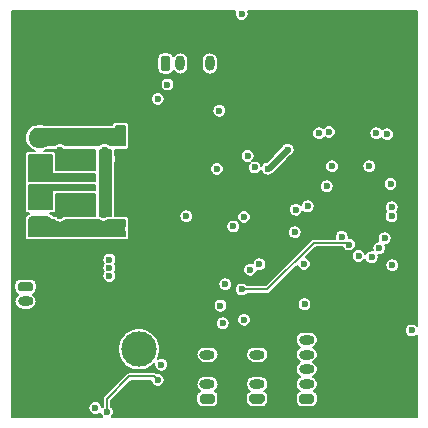
<source format=gbr>
%TF.GenerationSoftware,KiCad,Pcbnew,5.1.10-88a1d61d58~88~ubuntu20.04.1*%
%TF.CreationDate,2021-05-10T19:00:39+02:00*%
%TF.ProjectId,StepperServo,53746570-7065-4725-9365-72766f2e6b69,rev?*%
%TF.SameCoordinates,Original*%
%TF.FileFunction,Copper,L2,Inr*%
%TF.FilePolarity,Positive*%
%FSLAX46Y46*%
G04 Gerber Fmt 4.6, Leading zero omitted, Abs format (unit mm)*
G04 Created by KiCad (PCBNEW 5.1.10-88a1d61d58~88~ubuntu20.04.1) date 2021-05-10 19:00:39*
%MOMM*%
%LPD*%
G01*
G04 APERTURE LIST*
%TA.AperFunction,ComponentPad*%
%ADD10O,1.300000X0.800000*%
%TD*%
%TA.AperFunction,ComponentPad*%
%ADD11O,0.800000X1.300000*%
%TD*%
%TA.AperFunction,ComponentPad*%
%ADD12C,0.800000*%
%TD*%
%TA.AperFunction,ComponentPad*%
%ADD13C,6.400000*%
%TD*%
%TA.AperFunction,ComponentPad*%
%ADD14C,0.500000*%
%TD*%
%TA.AperFunction,ComponentPad*%
%ADD15O,1.950000X1.700000*%
%TD*%
%TA.AperFunction,ComponentPad*%
%ADD16C,3.000000*%
%TD*%
%TA.AperFunction,ViaPad*%
%ADD17C,0.600000*%
%TD*%
%TA.AperFunction,Conductor*%
%ADD18C,0.500000*%
%TD*%
%TA.AperFunction,Conductor*%
%ADD19C,0.150000*%
%TD*%
%TA.AperFunction,Conductor*%
%ADD20C,0.170000*%
%TD*%
%TA.AperFunction,Conductor*%
%ADD21C,0.100000*%
%TD*%
G04 APERTURE END LIST*
D10*
%TO.N,/MCU/tempMotor*%
%TO.C,J6*%
X136500000Y-114150000D03*
%TO.N,+3V3*%
%TA.AperFunction,ComponentPad*%
G36*
G01*
X136050000Y-112500000D02*
X136950000Y-112500000D01*
G75*
G02*
X137150000Y-112700000I0J-200000D01*
G01*
X137150000Y-113100000D01*
G75*
G02*
X136950000Y-113300000I-200000J0D01*
G01*
X136050000Y-113300000D01*
G75*
G02*
X135850000Y-113100000I0J200000D01*
G01*
X135850000Y-112700000D01*
G75*
G02*
X136050000Y-112500000I200000J0D01*
G01*
G37*
%TD.AperFunction*%
%TD*%
D11*
%TO.N,/MCU/I2C2_SCL*%
%TO.C,J4*%
X152100000Y-94000000D03*
%TO.N,GND*%
X150850000Y-94000000D03*
%TO.N,/MCU/I2C2_SDA*%
X149600000Y-94000000D03*
%TO.N,+3V3*%
%TA.AperFunction,ComponentPad*%
G36*
G01*
X147950000Y-94450000D02*
X147950000Y-93550000D01*
G75*
G02*
X148150000Y-93350000I200000J0D01*
G01*
X148550000Y-93350000D01*
G75*
G02*
X148750000Y-93550000I0J-200000D01*
G01*
X148750000Y-94450000D01*
G75*
G02*
X148550000Y-94650000I-200000J0D01*
G01*
X148150000Y-94650000D01*
G75*
G02*
X147950000Y-94450000I0J200000D01*
G01*
G37*
%TD.AperFunction*%
%TD*%
D12*
%TO.N,GND*%
%TO.C,H4*%
X167197056Y-118052944D03*
X165500000Y-117350000D03*
X163802944Y-118052944D03*
X163100000Y-119750000D03*
X163802944Y-121447056D03*
X165500000Y-122150000D03*
X167197056Y-121447056D03*
X167900000Y-119750000D03*
D13*
X165500000Y-119750000D03*
%TD*%
D12*
%TO.N,GND*%
%TO.C,H3*%
X141197056Y-118052944D03*
X139500000Y-117350000D03*
X137802944Y-118052944D03*
X137100000Y-119750000D03*
X137802944Y-121447056D03*
X139500000Y-122150000D03*
X141197056Y-121447056D03*
X141900000Y-119750000D03*
D13*
X139500000Y-119750000D03*
%TD*%
D12*
%TO.N,GND*%
%TO.C,H2*%
X167197056Y-92052944D03*
X165500000Y-91350000D03*
X163802944Y-92052944D03*
X163100000Y-93750000D03*
X163802944Y-95447056D03*
X165500000Y-96150000D03*
X167197056Y-95447056D03*
X167900000Y-93750000D03*
D13*
X165500000Y-93750000D03*
%TD*%
D12*
%TO.N,GND*%
%TO.C,H1*%
X141197056Y-92052944D03*
X139500000Y-91350000D03*
X137802944Y-92052944D03*
X137100000Y-93750000D03*
X137802944Y-95447056D03*
X139500000Y-96150000D03*
X141197056Y-95447056D03*
X141900000Y-93750000D03*
D13*
X139500000Y-93750000D03*
%TD*%
D14*
%TO.N,GND*%
%TO.C,U3*%
X146800000Y-105100000D03*
X146800000Y-104100000D03*
X146800000Y-103100000D03*
X145800000Y-105100000D03*
X145800000Y-104100000D03*
X145800000Y-103100000D03*
X144800000Y-105100000D03*
X144800000Y-104100000D03*
X144800000Y-103100000D03*
%TD*%
D10*
%TO.N,GND*%
%TO.C,J_SWD1*%
X160300000Y-116150000D03*
%TO.N,/MCU/SWO*%
X160300000Y-117400000D03*
%TO.N,/MCU/SWCLK*%
X160300000Y-118650000D03*
%TO.N,/MCU/SWDIO*%
X160300000Y-119900000D03*
%TO.N,+3V3*%
X160300000Y-121150000D03*
%TO.N,/MCU/~RST*%
%TA.AperFunction,ComponentPad*%
G36*
G01*
X160750000Y-122800000D02*
X159850000Y-122800000D01*
G75*
G02*
X159650000Y-122600000I0J200000D01*
G01*
X159650000Y-122200000D01*
G75*
G02*
X159850000Y-122000000I200000J0D01*
G01*
X160750000Y-122000000D01*
G75*
G02*
X160950000Y-122200000I0J-200000D01*
G01*
X160950000Y-122600000D01*
G75*
G02*
X160750000Y-122800000I-200000J0D01*
G01*
G37*
%TD.AperFunction*%
%TD*%
%TO.N,+5V*%
%TO.C,J_CAN2*%
X151900000Y-118650000D03*
%TO.N,GND*%
X151900000Y-119900000D03*
%TO.N,Net-(J_CAN1-Pad2)*%
X151900000Y-121150000D03*
%TO.N,Net-(J_CAN1-Pad1)*%
%TA.AperFunction,ComponentPad*%
G36*
G01*
X152350000Y-122800000D02*
X151450000Y-122800000D01*
G75*
G02*
X151250000Y-122600000I0J200000D01*
G01*
X151250000Y-122200000D01*
G75*
G02*
X151450000Y-122000000I200000J0D01*
G01*
X152350000Y-122000000D01*
G75*
G02*
X152550000Y-122200000I0J-200000D01*
G01*
X152550000Y-122600000D01*
G75*
G02*
X152350000Y-122800000I-200000J0D01*
G01*
G37*
%TD.AperFunction*%
%TD*%
%TO.N,+5V*%
%TO.C,J_CAN1*%
X156100000Y-118650000D03*
%TO.N,GND*%
X156100000Y-119900000D03*
%TO.N,Net-(J_CAN1-Pad2)*%
X156100000Y-121150000D03*
%TO.N,Net-(J_CAN1-Pad1)*%
%TA.AperFunction,ComponentPad*%
G36*
G01*
X156550000Y-122800000D02*
X155650000Y-122800000D01*
G75*
G02*
X155450000Y-122600000I0J200000D01*
G01*
X155450000Y-122200000D01*
G75*
G02*
X155650000Y-122000000I200000J0D01*
G01*
X156550000Y-122000000D01*
G75*
G02*
X156750000Y-122200000I0J-200000D01*
G01*
X156750000Y-122600000D01*
G75*
G02*
X156550000Y-122800000I-200000J0D01*
G01*
G37*
%TD.AperFunction*%
%TD*%
D15*
%TO.N,/StepperDriver/coilB_2*%
%TO.C,J3*%
X137700000Y-100300000D03*
%TO.N,/StepperDriver/coilB_1*%
X137700000Y-102800000D03*
%TO.N,/StepperDriver/coilA_1*%
X137700000Y-105300000D03*
%TO.N,/StepperDriver/coilA_2*%
%TA.AperFunction,ComponentPad*%
G36*
G01*
X138425000Y-108650000D02*
X136975000Y-108650000D01*
G75*
G02*
X136725000Y-108400000I0J250000D01*
G01*
X136725000Y-107200000D01*
G75*
G02*
X136975000Y-106950000I250000J0D01*
G01*
X138425000Y-106950000D01*
G75*
G02*
X138675000Y-107200000I0J-250000D01*
G01*
X138675000Y-108400000D01*
G75*
G02*
X138425000Y-108650000I-250000J0D01*
G01*
G37*
%TD.AperFunction*%
%TD*%
D16*
%TO.N,GND*%
%TO.C,J2*%
X146100000Y-122400000D03*
%TD*%
%TO.N,Net-(J1-Pad1)*%
%TO.C,J1*%
X146100000Y-118200000D03*
%TD*%
D17*
%TO.N,GND*%
X139400000Y-105500000D03*
X139400000Y-106200000D03*
X139400000Y-106900000D03*
X139400000Y-102700000D03*
X139400000Y-102000000D03*
X139400000Y-101300000D03*
X145400000Y-108000000D03*
X135700000Y-107300000D03*
X135700000Y-100900000D03*
X145900000Y-98000000D03*
X147672545Y-111058665D03*
X151100000Y-100000000D03*
X155000000Y-114500000D03*
X159300000Y-107500000D03*
X159100000Y-118400000D03*
X159100000Y-119600000D03*
X164692872Y-102753125D03*
X167302787Y-103313548D03*
X167200000Y-110300000D03*
X160600000Y-99900000D03*
X162700000Y-99200000D03*
X163300000Y-102700000D03*
X160700000Y-97600000D03*
X154200000Y-99400000D03*
X156699996Y-94800000D03*
X165900000Y-114187798D03*
X162047981Y-111220444D03*
X150200000Y-110571000D03*
X159200000Y-114300000D03*
X158950000Y-104750000D03*
X167500000Y-108100000D03*
X160940452Y-111215651D03*
X150000000Y-106100000D03*
X153200000Y-102300000D03*
X156300000Y-102100000D03*
X155905229Y-106694771D03*
X148900000Y-116600000D03*
X157600000Y-111400000D03*
X166500000Y-106300000D03*
X163300000Y-109900000D03*
%TO.N,+3V3*%
X155000000Y-115700000D03*
X165600000Y-102700000D03*
X167400000Y-104200000D03*
X167541689Y-111082678D03*
X165800000Y-110400000D03*
X164700000Y-110300000D03*
X155500000Y-111471000D03*
X158700000Y-101300000D03*
X157000000Y-102900000D03*
X160070856Y-110970355D03*
X155000000Y-107000000D03*
X154090219Y-107801761D03*
%TO.N,+5V*%
X169204001Y-116604001D03*
X154800000Y-89800000D03*
%TO.N,VCC*%
X143400000Y-106200000D03*
X143100000Y-106800000D03*
X143200000Y-101300000D03*
X143600000Y-102100000D03*
X143600000Y-112000000D03*
X143600000Y-111300000D03*
X143600000Y-110600000D03*
%TO.N,/StepperDriver/coilB_2*%
X144700000Y-99500000D03*
X144600000Y-100400000D03*
%TO.N,/StepperDriver/coilB_1*%
X141500000Y-103600000D03*
X139500000Y-103600000D03*
%TO.N,/StepperDriver/coilA_1*%
X142100000Y-104500000D03*
X140500000Y-104500000D03*
%TO.N,/StepperDriver/coilA_2*%
X144700000Y-107500000D03*
X144700000Y-108400000D03*
%TO.N,/MCU/SWO*%
X159300000Y-108300000D03*
%TO.N,/MCU/SWCLK*%
X156300000Y-111000000D03*
%TO.N,/MCU/SWDIO*%
X160118148Y-114387979D03*
%TO.N,/MCU/~RST*%
X162451724Y-102699775D03*
X162000000Y-104400000D03*
X160400000Y-106100002D03*
X152900000Y-98000000D03*
%TO.N,/StepperDriver/~EN*%
X155300000Y-101829000D03*
X147700000Y-97000000D03*
X148512404Y-95787596D03*
%TO.N,Net-(R4-Pad1)*%
X150100000Y-106941990D03*
%TO.N,/MCU/I2C2_SCL*%
X166900000Y-108800000D03*
%TO.N,/MCU/I2C2_SDA*%
X166448185Y-109640058D03*
%TO.N,/MCU/I2C1_SDA*%
X155900000Y-102800000D03*
%TO.N,/MCU/I2C1_SCL*%
X152700000Y-102929000D03*
%TO.N,Net-(C34-Pad2)*%
X162200000Y-99800000D03*
%TO.N,Net-(R19-Pad1)*%
X161352592Y-99905926D03*
%TO.N,/MCU/tempMotor*%
X154800000Y-113133010D03*
X163874562Y-109333179D03*
X147700000Y-120800000D03*
X143400000Y-123500000D03*
X167487526Y-106928423D03*
%TO.N,/inputCurrent*%
X153400000Y-112700009D03*
X167502410Y-106178568D03*
X163270691Y-108674990D03*
%TO.N,Net-(R23-Pad2)*%
X142400000Y-123175010D03*
X148000000Y-119500000D03*
%TO.N,Net-(J_CAN1-Pad2)*%
X153000000Y-114500000D03*
%TO.N,Net-(J_CAN1-Pad1)*%
X153194778Y-115994778D03*
%TO.N,/MCU/Stepper_UART*%
X159383215Y-106376643D03*
%TO.N,/MCU/LED_RED*%
X167100000Y-100000000D03*
%TO.N,/MCU/LED_GREEN*%
X166200000Y-99900000D03*
%TD*%
D18*
%TO.N,+3V3*%
X157100000Y-102900000D02*
X158700000Y-101300000D01*
X157000000Y-102900000D02*
X157100000Y-102900000D01*
D19*
%TO.N,/MCU/tempMotor*%
X143400000Y-123500000D02*
X143400000Y-122393078D01*
X143400000Y-122393078D02*
X145293077Y-120500001D01*
X145293077Y-120500001D02*
X147400001Y-120500001D01*
X147400001Y-120500001D02*
X147700000Y-120800000D01*
X156977279Y-113133010D02*
X160910289Y-109200000D01*
X160910289Y-109200000D02*
X163741383Y-109200000D01*
X154800000Y-113133010D02*
X156977279Y-113133010D01*
X163741383Y-109200000D02*
X163874562Y-109333179D01*
%TD*%
D20*
%TO.N,/StepperDriver/coilA_2*%
X139027084Y-107354400D02*
X139122898Y-107418421D01*
X139229362Y-107462519D01*
X139342382Y-107485000D01*
X139457618Y-107485000D01*
X139570638Y-107462519D01*
X139677102Y-107418421D01*
X139772916Y-107354400D01*
X139842316Y-107285000D01*
X142772880Y-107285000D01*
X142822898Y-107318421D01*
X142929362Y-107362519D01*
X143042382Y-107385000D01*
X143157618Y-107385000D01*
X143270638Y-107362519D01*
X143377102Y-107318421D01*
X143427120Y-107285000D01*
X144915000Y-107285000D01*
X144915000Y-107672880D01*
X144881579Y-107722898D01*
X144837481Y-107829362D01*
X144815000Y-107942382D01*
X144815000Y-108057618D01*
X144837481Y-108170638D01*
X144881579Y-108277102D01*
X144915000Y-108327120D01*
X144915000Y-108615000D01*
X136785000Y-108615000D01*
X136785000Y-107285000D01*
X138957684Y-107285000D01*
X139027084Y-107354400D01*
%TA.AperFunction,Conductor*%
D21*
G36*
X139027084Y-107354400D02*
G01*
X139122898Y-107418421D01*
X139229362Y-107462519D01*
X139342382Y-107485000D01*
X139457618Y-107485000D01*
X139570638Y-107462519D01*
X139677102Y-107418421D01*
X139772916Y-107354400D01*
X139842316Y-107285000D01*
X142772880Y-107285000D01*
X142822898Y-107318421D01*
X142929362Y-107362519D01*
X143042382Y-107385000D01*
X143157618Y-107385000D01*
X143270638Y-107362519D01*
X143377102Y-107318421D01*
X143427120Y-107285000D01*
X144915000Y-107285000D01*
X144915000Y-107672880D01*
X144881579Y-107722898D01*
X144837481Y-107829362D01*
X144815000Y-107942382D01*
X144815000Y-108057618D01*
X144837481Y-108170638D01*
X144881579Y-108277102D01*
X144915000Y-108327120D01*
X144915000Y-108615000D01*
X136785000Y-108615000D01*
X136785000Y-107285000D01*
X138957684Y-107285000D01*
X139027084Y-107354400D01*
G37*
%TD.AperFunction*%
%TD*%
D20*
%TO.N,/StepperDriver/coilB_2*%
X144915000Y-100915000D02*
X143642316Y-100915000D01*
X143572916Y-100845600D01*
X143477102Y-100781579D01*
X143370638Y-100737481D01*
X143257618Y-100715000D01*
X143142382Y-100715000D01*
X143029362Y-100737481D01*
X142922898Y-100781579D01*
X142827084Y-100845600D01*
X142757684Y-100915000D01*
X139842316Y-100915000D01*
X139772916Y-100845600D01*
X139677102Y-100781579D01*
X139570638Y-100737481D01*
X139457618Y-100715000D01*
X139342382Y-100715000D01*
X139229362Y-100737481D01*
X139122898Y-100781579D01*
X139027084Y-100845600D01*
X138957684Y-100915000D01*
X137185000Y-100915000D01*
X137185000Y-99585000D01*
X144100000Y-99585000D01*
X144116583Y-99583367D01*
X144132528Y-99578530D01*
X144147223Y-99570675D01*
X144160104Y-99560104D01*
X144170675Y-99547223D01*
X144178530Y-99532528D01*
X144183367Y-99516583D01*
X144185000Y-99500000D01*
X144185000Y-99285000D01*
X144915000Y-99285000D01*
X144915000Y-100915000D01*
%TA.AperFunction,Conductor*%
D21*
G36*
X144915000Y-100915000D02*
G01*
X143642316Y-100915000D01*
X143572916Y-100845600D01*
X143477102Y-100781579D01*
X143370638Y-100737481D01*
X143257618Y-100715000D01*
X143142382Y-100715000D01*
X143029362Y-100737481D01*
X142922898Y-100781579D01*
X142827084Y-100845600D01*
X142757684Y-100915000D01*
X139842316Y-100915000D01*
X139772916Y-100845600D01*
X139677102Y-100781579D01*
X139570638Y-100737481D01*
X139457618Y-100715000D01*
X139342382Y-100715000D01*
X139229362Y-100737481D01*
X139122898Y-100781579D01*
X139027084Y-100845600D01*
X138957684Y-100915000D01*
X137185000Y-100915000D01*
X137185000Y-99585000D01*
X144100000Y-99585000D01*
X144116583Y-99583367D01*
X144132528Y-99578530D01*
X144147223Y-99570675D01*
X144160104Y-99560104D01*
X144170675Y-99547223D01*
X144178530Y-99532528D01*
X144183367Y-99516583D01*
X144185000Y-99500000D01*
X144185000Y-99285000D01*
X144915000Y-99285000D01*
X144915000Y-100915000D01*
G37*
%TD.AperFunction*%
%TD*%
D20*
%TO.N,/StepperDriver/coilA_1*%
X142415000Y-104715000D02*
X138800000Y-104715000D01*
X138783417Y-104716633D01*
X138767472Y-104721470D01*
X138752777Y-104729325D01*
X138739896Y-104739896D01*
X138729325Y-104752777D01*
X138721470Y-104767472D01*
X138716633Y-104783417D01*
X138715000Y-104800000D01*
X138715000Y-106315000D01*
X136785000Y-106315000D01*
X136785000Y-104285000D01*
X142415000Y-104285000D01*
X142415000Y-104715000D01*
%TA.AperFunction,Conductor*%
D21*
G36*
X142415000Y-104715000D02*
G01*
X138800000Y-104715000D01*
X138783417Y-104716633D01*
X138767472Y-104721470D01*
X138752777Y-104729325D01*
X138739896Y-104739896D01*
X138729325Y-104752777D01*
X138721470Y-104767472D01*
X138716633Y-104783417D01*
X138715000Y-104800000D01*
X138715000Y-106315000D01*
X136785000Y-106315000D01*
X136785000Y-104285000D01*
X142415000Y-104285000D01*
X142415000Y-104715000D01*
G37*
%TD.AperFunction*%
%TD*%
D20*
%TO.N,/StepperDriver/coilB_1*%
X138715000Y-103300000D02*
X138716633Y-103316583D01*
X138721470Y-103332528D01*
X138729325Y-103347223D01*
X138739896Y-103360104D01*
X138752777Y-103370675D01*
X138767472Y-103378530D01*
X138783417Y-103383367D01*
X138800000Y-103385000D01*
X142415000Y-103385000D01*
X142415000Y-103915000D01*
X136785000Y-103915000D01*
X136785000Y-101785000D01*
X138715000Y-101785000D01*
X138715000Y-103300000D01*
%TA.AperFunction,Conductor*%
D21*
G36*
X138715000Y-103300000D02*
G01*
X138716633Y-103316583D01*
X138721470Y-103332528D01*
X138729325Y-103347223D01*
X138739896Y-103360104D01*
X138752777Y-103370675D01*
X138767472Y-103378530D01*
X138783417Y-103383367D01*
X138800000Y-103385000D01*
X142415000Y-103385000D01*
X142415000Y-103915000D01*
X136785000Y-103915000D01*
X136785000Y-101785000D01*
X138715000Y-101785000D01*
X138715000Y-103300000D01*
G37*
%TD.AperFunction*%
%TD*%
D20*
%TO.N,VCC*%
X143715000Y-106915000D02*
X142785000Y-106915000D01*
X142785000Y-101285000D01*
X143715000Y-101285000D01*
X143715000Y-106915000D01*
%TA.AperFunction,Conductor*%
D21*
G36*
X143715000Y-106915000D02*
G01*
X142785000Y-106915000D01*
X142785000Y-101285000D01*
X143715000Y-101285000D01*
X143715000Y-106915000D01*
G37*
%TD.AperFunction*%
%TD*%
D20*
%TO.N,GND*%
X154237481Y-89629362D02*
X154215000Y-89742382D01*
X154215000Y-89857618D01*
X154237481Y-89970638D01*
X154281579Y-90077102D01*
X154345600Y-90172916D01*
X154427084Y-90254400D01*
X154522898Y-90318421D01*
X154629362Y-90362519D01*
X154742382Y-90385000D01*
X154857618Y-90385000D01*
X154970638Y-90362519D01*
X155077102Y-90318421D01*
X155172916Y-90254400D01*
X155254400Y-90172916D01*
X155318421Y-90077102D01*
X155362519Y-89970638D01*
X155385000Y-89857618D01*
X155385000Y-89742382D01*
X155362519Y-89629362D01*
X155344144Y-89585000D01*
X169615000Y-89585000D01*
X169615000Y-116187684D01*
X169576917Y-116149601D01*
X169481103Y-116085580D01*
X169374639Y-116041482D01*
X169261619Y-116019001D01*
X169146383Y-116019001D01*
X169033363Y-116041482D01*
X168926899Y-116085580D01*
X168831085Y-116149601D01*
X168749601Y-116231085D01*
X168685580Y-116326899D01*
X168641482Y-116433363D01*
X168619001Y-116546383D01*
X168619001Y-116661619D01*
X168641482Y-116774639D01*
X168685580Y-116881103D01*
X168749601Y-116976917D01*
X168831085Y-117058401D01*
X168926899Y-117122422D01*
X169033363Y-117166520D01*
X169146383Y-117189001D01*
X169261619Y-117189001D01*
X169374639Y-117166520D01*
X169481103Y-117122422D01*
X169576917Y-117058401D01*
X169615000Y-117020318D01*
X169615000Y-123915000D01*
X143812316Y-123915000D01*
X143854400Y-123872916D01*
X143918421Y-123777102D01*
X143962519Y-123670638D01*
X143985000Y-123557618D01*
X143985000Y-123442382D01*
X143962519Y-123329362D01*
X143918421Y-123222898D01*
X143854400Y-123127084D01*
X143772916Y-123045600D01*
X143760000Y-123036970D01*
X143760000Y-122542194D01*
X145442194Y-120860001D01*
X147115474Y-120860001D01*
X147137481Y-120970638D01*
X147181579Y-121077102D01*
X147245600Y-121172916D01*
X147327084Y-121254400D01*
X147422898Y-121318421D01*
X147529362Y-121362519D01*
X147642382Y-121385000D01*
X147757618Y-121385000D01*
X147870638Y-121362519D01*
X147977102Y-121318421D01*
X148072916Y-121254400D01*
X148154400Y-121172916D01*
X148169712Y-121150000D01*
X150961686Y-121150000D01*
X150974912Y-121284283D01*
X151014081Y-121413406D01*
X151077688Y-121532407D01*
X151163289Y-121636711D01*
X151267593Y-121722312D01*
X151300062Y-121739667D01*
X151263871Y-121750645D01*
X151179783Y-121795591D01*
X151106079Y-121856079D01*
X151045591Y-121929783D01*
X151000645Y-122013871D01*
X150972968Y-122105112D01*
X150963622Y-122200000D01*
X150963622Y-122600000D01*
X150972968Y-122694888D01*
X151000645Y-122786129D01*
X151045591Y-122870217D01*
X151106079Y-122943921D01*
X151179783Y-123004409D01*
X151263871Y-123049355D01*
X151355112Y-123077032D01*
X151450000Y-123086378D01*
X152350000Y-123086378D01*
X152444888Y-123077032D01*
X152536129Y-123049355D01*
X152620217Y-123004409D01*
X152693921Y-122943921D01*
X152754409Y-122870217D01*
X152799355Y-122786129D01*
X152827032Y-122694888D01*
X152836378Y-122600000D01*
X152836378Y-122200000D01*
X152827032Y-122105112D01*
X152799355Y-122013871D01*
X152754409Y-121929783D01*
X152693921Y-121856079D01*
X152620217Y-121795591D01*
X152536129Y-121750645D01*
X152499938Y-121739667D01*
X152532407Y-121722312D01*
X152636711Y-121636711D01*
X152722312Y-121532407D01*
X152785919Y-121413406D01*
X152825088Y-121284283D01*
X152838314Y-121150000D01*
X155161686Y-121150000D01*
X155174912Y-121284283D01*
X155214081Y-121413406D01*
X155277688Y-121532407D01*
X155363289Y-121636711D01*
X155467593Y-121722312D01*
X155500062Y-121739667D01*
X155463871Y-121750645D01*
X155379783Y-121795591D01*
X155306079Y-121856079D01*
X155245591Y-121929783D01*
X155200645Y-122013871D01*
X155172968Y-122105112D01*
X155163622Y-122200000D01*
X155163622Y-122600000D01*
X155172968Y-122694888D01*
X155200645Y-122786129D01*
X155245591Y-122870217D01*
X155306079Y-122943921D01*
X155379783Y-123004409D01*
X155463871Y-123049355D01*
X155555112Y-123077032D01*
X155650000Y-123086378D01*
X156550000Y-123086378D01*
X156644888Y-123077032D01*
X156736129Y-123049355D01*
X156820217Y-123004409D01*
X156893921Y-122943921D01*
X156954409Y-122870217D01*
X156999355Y-122786129D01*
X157027032Y-122694888D01*
X157036378Y-122600000D01*
X157036378Y-122200000D01*
X157027032Y-122105112D01*
X156999355Y-122013871D01*
X156954409Y-121929783D01*
X156893921Y-121856079D01*
X156820217Y-121795591D01*
X156736129Y-121750645D01*
X156699938Y-121739667D01*
X156732407Y-121722312D01*
X156836711Y-121636711D01*
X156922312Y-121532407D01*
X156985919Y-121413406D01*
X157025088Y-121284283D01*
X157038314Y-121150000D01*
X157025088Y-121015717D01*
X156985919Y-120886594D01*
X156922312Y-120767593D01*
X156836711Y-120663289D01*
X156732407Y-120577688D01*
X156613406Y-120514081D01*
X156484283Y-120474912D01*
X156383647Y-120465000D01*
X155816353Y-120465000D01*
X155715717Y-120474912D01*
X155586594Y-120514081D01*
X155467593Y-120577688D01*
X155363289Y-120663289D01*
X155277688Y-120767593D01*
X155214081Y-120886594D01*
X155174912Y-121015717D01*
X155161686Y-121150000D01*
X152838314Y-121150000D01*
X152825088Y-121015717D01*
X152785919Y-120886594D01*
X152722312Y-120767593D01*
X152636711Y-120663289D01*
X152532407Y-120577688D01*
X152413406Y-120514081D01*
X152284283Y-120474912D01*
X152183647Y-120465000D01*
X151616353Y-120465000D01*
X151515717Y-120474912D01*
X151386594Y-120514081D01*
X151267593Y-120577688D01*
X151163289Y-120663289D01*
X151077688Y-120767593D01*
X151014081Y-120886594D01*
X150974912Y-121015717D01*
X150961686Y-121150000D01*
X148169712Y-121150000D01*
X148218421Y-121077102D01*
X148262519Y-120970638D01*
X148285000Y-120857618D01*
X148285000Y-120742382D01*
X148262519Y-120629362D01*
X148218421Y-120522898D01*
X148154400Y-120427084D01*
X148072916Y-120345600D01*
X147977102Y-120281579D01*
X147870638Y-120237481D01*
X147757618Y-120215000D01*
X147642382Y-120215000D01*
X147624525Y-120218552D01*
X147600974Y-120199224D01*
X147538433Y-120165796D01*
X147470573Y-120145211D01*
X147417677Y-120140001D01*
X147400001Y-120138260D01*
X147382325Y-120140001D01*
X145310752Y-120140001D01*
X145293076Y-120138260D01*
X145222504Y-120145211D01*
X145201919Y-120151456D01*
X145154645Y-120165796D01*
X145092104Y-120199224D01*
X145037287Y-120244211D01*
X145026015Y-120257946D01*
X143157946Y-122126016D01*
X143144211Y-122137288D01*
X143099224Y-122192105D01*
X143065796Y-122254646D01*
X143045210Y-122322506D01*
X143038259Y-122393078D01*
X143040001Y-122410764D01*
X143040000Y-123036970D01*
X143027084Y-123045600D01*
X142980071Y-123092613D01*
X142962519Y-123004372D01*
X142918421Y-122897908D01*
X142854400Y-122802094D01*
X142772916Y-122720610D01*
X142677102Y-122656589D01*
X142570638Y-122612491D01*
X142457618Y-122590010D01*
X142342382Y-122590010D01*
X142229362Y-122612491D01*
X142122898Y-122656589D01*
X142027084Y-122720610D01*
X141945600Y-122802094D01*
X141881579Y-122897908D01*
X141837481Y-123004372D01*
X141815000Y-123117392D01*
X141815000Y-123232628D01*
X141837481Y-123345648D01*
X141881579Y-123452112D01*
X141945600Y-123547926D01*
X142027084Y-123629410D01*
X142122898Y-123693431D01*
X142229362Y-123737529D01*
X142342382Y-123760010D01*
X142457618Y-123760010D01*
X142570638Y-123737529D01*
X142677102Y-123693431D01*
X142772916Y-123629410D01*
X142819929Y-123582397D01*
X142837481Y-123670638D01*
X142881579Y-123777102D01*
X142945600Y-123872916D01*
X142987684Y-123915000D01*
X135385000Y-123915000D01*
X135385000Y-118024193D01*
X144315000Y-118024193D01*
X144315000Y-118375807D01*
X144383596Y-118720665D01*
X144518153Y-119045515D01*
X144713500Y-119337871D01*
X144962129Y-119586500D01*
X145254485Y-119781847D01*
X145579335Y-119916404D01*
X145924193Y-119985000D01*
X146275807Y-119985000D01*
X146620665Y-119916404D01*
X146945515Y-119781847D01*
X147237871Y-119586500D01*
X147423197Y-119401174D01*
X147415000Y-119442382D01*
X147415000Y-119557618D01*
X147437481Y-119670638D01*
X147481579Y-119777102D01*
X147545600Y-119872916D01*
X147627084Y-119954400D01*
X147722898Y-120018421D01*
X147829362Y-120062519D01*
X147942382Y-120085000D01*
X148057618Y-120085000D01*
X148170638Y-120062519D01*
X148277102Y-120018421D01*
X148372916Y-119954400D01*
X148454400Y-119872916D01*
X148518421Y-119777102D01*
X148562519Y-119670638D01*
X148585000Y-119557618D01*
X148585000Y-119442382D01*
X148562519Y-119329362D01*
X148518421Y-119222898D01*
X148454400Y-119127084D01*
X148372916Y-119045600D01*
X148277102Y-118981579D01*
X148170638Y-118937481D01*
X148057618Y-118915000D01*
X147942382Y-118915000D01*
X147829362Y-118937481D01*
X147722898Y-118981579D01*
X147702755Y-118995038D01*
X147816404Y-118720665D01*
X147830460Y-118650000D01*
X150961686Y-118650000D01*
X150974912Y-118784283D01*
X151014081Y-118913406D01*
X151077688Y-119032407D01*
X151163289Y-119136711D01*
X151267593Y-119222312D01*
X151386594Y-119285919D01*
X151515717Y-119325088D01*
X151616353Y-119335000D01*
X152183647Y-119335000D01*
X152284283Y-119325088D01*
X152413406Y-119285919D01*
X152532407Y-119222312D01*
X152636711Y-119136711D01*
X152722312Y-119032407D01*
X152785919Y-118913406D01*
X152825088Y-118784283D01*
X152838314Y-118650000D01*
X155161686Y-118650000D01*
X155174912Y-118784283D01*
X155214081Y-118913406D01*
X155277688Y-119032407D01*
X155363289Y-119136711D01*
X155467593Y-119222312D01*
X155586594Y-119285919D01*
X155715717Y-119325088D01*
X155816353Y-119335000D01*
X156383647Y-119335000D01*
X156484283Y-119325088D01*
X156613406Y-119285919D01*
X156732407Y-119222312D01*
X156836711Y-119136711D01*
X156922312Y-119032407D01*
X156985919Y-118913406D01*
X157025088Y-118784283D01*
X157038314Y-118650000D01*
X157025088Y-118515717D01*
X156985919Y-118386594D01*
X156922312Y-118267593D01*
X156836711Y-118163289D01*
X156732407Y-118077688D01*
X156613406Y-118014081D01*
X156484283Y-117974912D01*
X156383647Y-117965000D01*
X155816353Y-117965000D01*
X155715717Y-117974912D01*
X155586594Y-118014081D01*
X155467593Y-118077688D01*
X155363289Y-118163289D01*
X155277688Y-118267593D01*
X155214081Y-118386594D01*
X155174912Y-118515717D01*
X155161686Y-118650000D01*
X152838314Y-118650000D01*
X152825088Y-118515717D01*
X152785919Y-118386594D01*
X152722312Y-118267593D01*
X152636711Y-118163289D01*
X152532407Y-118077688D01*
X152413406Y-118014081D01*
X152284283Y-117974912D01*
X152183647Y-117965000D01*
X151616353Y-117965000D01*
X151515717Y-117974912D01*
X151386594Y-118014081D01*
X151267593Y-118077688D01*
X151163289Y-118163289D01*
X151077688Y-118267593D01*
X151014081Y-118386594D01*
X150974912Y-118515717D01*
X150961686Y-118650000D01*
X147830460Y-118650000D01*
X147885000Y-118375807D01*
X147885000Y-118024193D01*
X147816404Y-117679335D01*
X147700700Y-117400000D01*
X159361686Y-117400000D01*
X159374912Y-117534283D01*
X159414081Y-117663406D01*
X159477688Y-117782407D01*
X159563289Y-117886711D01*
X159667593Y-117972312D01*
X159766166Y-118025000D01*
X159667593Y-118077688D01*
X159563289Y-118163289D01*
X159477688Y-118267593D01*
X159414081Y-118386594D01*
X159374912Y-118515717D01*
X159361686Y-118650000D01*
X159374912Y-118784283D01*
X159414081Y-118913406D01*
X159477688Y-119032407D01*
X159563289Y-119136711D01*
X159667593Y-119222312D01*
X159766166Y-119275000D01*
X159667593Y-119327688D01*
X159563289Y-119413289D01*
X159477688Y-119517593D01*
X159414081Y-119636594D01*
X159374912Y-119765717D01*
X159361686Y-119900000D01*
X159374912Y-120034283D01*
X159414081Y-120163406D01*
X159477688Y-120282407D01*
X159563289Y-120386711D01*
X159667593Y-120472312D01*
X159766166Y-120525000D01*
X159667593Y-120577688D01*
X159563289Y-120663289D01*
X159477688Y-120767593D01*
X159414081Y-120886594D01*
X159374912Y-121015717D01*
X159361686Y-121150000D01*
X159374912Y-121284283D01*
X159414081Y-121413406D01*
X159477688Y-121532407D01*
X159563289Y-121636711D01*
X159667593Y-121722312D01*
X159700062Y-121739667D01*
X159663871Y-121750645D01*
X159579783Y-121795591D01*
X159506079Y-121856079D01*
X159445591Y-121929783D01*
X159400645Y-122013871D01*
X159372968Y-122105112D01*
X159363622Y-122200000D01*
X159363622Y-122600000D01*
X159372968Y-122694888D01*
X159400645Y-122786129D01*
X159445591Y-122870217D01*
X159506079Y-122943921D01*
X159579783Y-123004409D01*
X159663871Y-123049355D01*
X159755112Y-123077032D01*
X159850000Y-123086378D01*
X160750000Y-123086378D01*
X160844888Y-123077032D01*
X160936129Y-123049355D01*
X161020217Y-123004409D01*
X161093921Y-122943921D01*
X161154409Y-122870217D01*
X161199355Y-122786129D01*
X161227032Y-122694888D01*
X161236378Y-122600000D01*
X161236378Y-122200000D01*
X161227032Y-122105112D01*
X161199355Y-122013871D01*
X161154409Y-121929783D01*
X161093921Y-121856079D01*
X161020217Y-121795591D01*
X160936129Y-121750645D01*
X160899938Y-121739667D01*
X160932407Y-121722312D01*
X161036711Y-121636711D01*
X161122312Y-121532407D01*
X161185919Y-121413406D01*
X161225088Y-121284283D01*
X161238314Y-121150000D01*
X161225088Y-121015717D01*
X161185919Y-120886594D01*
X161122312Y-120767593D01*
X161036711Y-120663289D01*
X160932407Y-120577688D01*
X160833834Y-120525000D01*
X160932407Y-120472312D01*
X161036711Y-120386711D01*
X161122312Y-120282407D01*
X161185919Y-120163406D01*
X161225088Y-120034283D01*
X161238314Y-119900000D01*
X161225088Y-119765717D01*
X161185919Y-119636594D01*
X161122312Y-119517593D01*
X161036711Y-119413289D01*
X160932407Y-119327688D01*
X160833834Y-119275000D01*
X160932407Y-119222312D01*
X161036711Y-119136711D01*
X161122312Y-119032407D01*
X161185919Y-118913406D01*
X161225088Y-118784283D01*
X161238314Y-118650000D01*
X161225088Y-118515717D01*
X161185919Y-118386594D01*
X161122312Y-118267593D01*
X161036711Y-118163289D01*
X160932407Y-118077688D01*
X160833834Y-118025000D01*
X160932407Y-117972312D01*
X161036711Y-117886711D01*
X161122312Y-117782407D01*
X161185919Y-117663406D01*
X161225088Y-117534283D01*
X161238314Y-117400000D01*
X161225088Y-117265717D01*
X161185919Y-117136594D01*
X161122312Y-117017593D01*
X161036711Y-116913289D01*
X160932407Y-116827688D01*
X160813406Y-116764081D01*
X160684283Y-116724912D01*
X160583647Y-116715000D01*
X160016353Y-116715000D01*
X159915717Y-116724912D01*
X159786594Y-116764081D01*
X159667593Y-116827688D01*
X159563289Y-116913289D01*
X159477688Y-117017593D01*
X159414081Y-117136594D01*
X159374912Y-117265717D01*
X159361686Y-117400000D01*
X147700700Y-117400000D01*
X147681847Y-117354485D01*
X147486500Y-117062129D01*
X147237871Y-116813500D01*
X146945515Y-116618153D01*
X146620665Y-116483596D01*
X146275807Y-116415000D01*
X145924193Y-116415000D01*
X145579335Y-116483596D01*
X145254485Y-116618153D01*
X144962129Y-116813500D01*
X144713500Y-117062129D01*
X144518153Y-117354485D01*
X144383596Y-117679335D01*
X144315000Y-118024193D01*
X135385000Y-118024193D01*
X135385000Y-115937160D01*
X152609778Y-115937160D01*
X152609778Y-116052396D01*
X152632259Y-116165416D01*
X152676357Y-116271880D01*
X152740378Y-116367694D01*
X152821862Y-116449178D01*
X152917676Y-116513199D01*
X153024140Y-116557297D01*
X153137160Y-116579778D01*
X153252396Y-116579778D01*
X153365416Y-116557297D01*
X153471880Y-116513199D01*
X153567694Y-116449178D01*
X153649178Y-116367694D01*
X153713199Y-116271880D01*
X153757297Y-116165416D01*
X153779778Y-116052396D01*
X153779778Y-115937160D01*
X153757297Y-115824140D01*
X153713199Y-115717676D01*
X153662890Y-115642382D01*
X154415000Y-115642382D01*
X154415000Y-115757618D01*
X154437481Y-115870638D01*
X154481579Y-115977102D01*
X154545600Y-116072916D01*
X154627084Y-116154400D01*
X154722898Y-116218421D01*
X154829362Y-116262519D01*
X154942382Y-116285000D01*
X155057618Y-116285000D01*
X155170638Y-116262519D01*
X155277102Y-116218421D01*
X155372916Y-116154400D01*
X155454400Y-116072916D01*
X155518421Y-115977102D01*
X155562519Y-115870638D01*
X155585000Y-115757618D01*
X155585000Y-115642382D01*
X155562519Y-115529362D01*
X155518421Y-115422898D01*
X155454400Y-115327084D01*
X155372916Y-115245600D01*
X155277102Y-115181579D01*
X155170638Y-115137481D01*
X155057618Y-115115000D01*
X154942382Y-115115000D01*
X154829362Y-115137481D01*
X154722898Y-115181579D01*
X154627084Y-115245600D01*
X154545600Y-115327084D01*
X154481579Y-115422898D01*
X154437481Y-115529362D01*
X154415000Y-115642382D01*
X153662890Y-115642382D01*
X153649178Y-115621862D01*
X153567694Y-115540378D01*
X153471880Y-115476357D01*
X153365416Y-115432259D01*
X153252396Y-115409778D01*
X153137160Y-115409778D01*
X153024140Y-115432259D01*
X152917676Y-115476357D01*
X152821862Y-115540378D01*
X152740378Y-115621862D01*
X152676357Y-115717676D01*
X152632259Y-115824140D01*
X152609778Y-115937160D01*
X135385000Y-115937160D01*
X135385000Y-114150000D01*
X135561686Y-114150000D01*
X135574912Y-114284283D01*
X135614081Y-114413406D01*
X135677688Y-114532407D01*
X135763289Y-114636711D01*
X135867593Y-114722312D01*
X135986594Y-114785919D01*
X136115717Y-114825088D01*
X136216353Y-114835000D01*
X136783647Y-114835000D01*
X136884283Y-114825088D01*
X137013406Y-114785919D01*
X137132407Y-114722312D01*
X137236711Y-114636711D01*
X137322312Y-114532407D01*
X137370431Y-114442382D01*
X152415000Y-114442382D01*
X152415000Y-114557618D01*
X152437481Y-114670638D01*
X152481579Y-114777102D01*
X152545600Y-114872916D01*
X152627084Y-114954400D01*
X152722898Y-115018421D01*
X152829362Y-115062519D01*
X152942382Y-115085000D01*
X153057618Y-115085000D01*
X153170638Y-115062519D01*
X153277102Y-115018421D01*
X153372916Y-114954400D01*
X153454400Y-114872916D01*
X153518421Y-114777102D01*
X153562519Y-114670638D01*
X153585000Y-114557618D01*
X153585000Y-114442382D01*
X153562718Y-114330361D01*
X159533148Y-114330361D01*
X159533148Y-114445597D01*
X159555629Y-114558617D01*
X159599727Y-114665081D01*
X159663748Y-114760895D01*
X159745232Y-114842379D01*
X159841046Y-114906400D01*
X159947510Y-114950498D01*
X160060530Y-114972979D01*
X160175766Y-114972979D01*
X160288786Y-114950498D01*
X160395250Y-114906400D01*
X160491064Y-114842379D01*
X160572548Y-114760895D01*
X160636569Y-114665081D01*
X160680667Y-114558617D01*
X160703148Y-114445597D01*
X160703148Y-114330361D01*
X160680667Y-114217341D01*
X160636569Y-114110877D01*
X160572548Y-114015063D01*
X160491064Y-113933579D01*
X160395250Y-113869558D01*
X160288786Y-113825460D01*
X160175766Y-113802979D01*
X160060530Y-113802979D01*
X159947510Y-113825460D01*
X159841046Y-113869558D01*
X159745232Y-113933579D01*
X159663748Y-114015063D01*
X159599727Y-114110877D01*
X159555629Y-114217341D01*
X159533148Y-114330361D01*
X153562718Y-114330361D01*
X153562519Y-114329362D01*
X153518421Y-114222898D01*
X153454400Y-114127084D01*
X153372916Y-114045600D01*
X153277102Y-113981579D01*
X153170638Y-113937481D01*
X153057618Y-113915000D01*
X152942382Y-113915000D01*
X152829362Y-113937481D01*
X152722898Y-113981579D01*
X152627084Y-114045600D01*
X152545600Y-114127084D01*
X152481579Y-114222898D01*
X152437481Y-114329362D01*
X152415000Y-114442382D01*
X137370431Y-114442382D01*
X137385919Y-114413406D01*
X137425088Y-114284283D01*
X137438314Y-114150000D01*
X137425088Y-114015717D01*
X137385919Y-113886594D01*
X137322312Y-113767593D01*
X137236711Y-113663289D01*
X137132407Y-113577688D01*
X137099938Y-113560333D01*
X137136129Y-113549355D01*
X137220217Y-113504409D01*
X137293921Y-113443921D01*
X137354409Y-113370217D01*
X137399355Y-113286129D01*
X137427032Y-113194888D01*
X137436378Y-113100000D01*
X137436378Y-112700000D01*
X137430704Y-112642391D01*
X152815000Y-112642391D01*
X152815000Y-112757627D01*
X152837481Y-112870647D01*
X152881579Y-112977111D01*
X152945600Y-113072925D01*
X153027084Y-113154409D01*
X153122898Y-113218430D01*
X153229362Y-113262528D01*
X153342382Y-113285009D01*
X153457618Y-113285009D01*
X153570638Y-113262528D01*
X153677102Y-113218430D01*
X153772916Y-113154409D01*
X153851933Y-113075392D01*
X154215000Y-113075392D01*
X154215000Y-113190628D01*
X154237481Y-113303648D01*
X154281579Y-113410112D01*
X154345600Y-113505926D01*
X154427084Y-113587410D01*
X154522898Y-113651431D01*
X154629362Y-113695529D01*
X154742382Y-113718010D01*
X154857618Y-113718010D01*
X154970638Y-113695529D01*
X155077102Y-113651431D01*
X155172916Y-113587410D01*
X155254400Y-113505926D01*
X155263030Y-113493010D01*
X156959603Y-113493010D01*
X156977279Y-113494751D01*
X157047851Y-113487800D01*
X157115711Y-113467215D01*
X157178252Y-113433787D01*
X157233069Y-113388800D01*
X157244345Y-113375060D01*
X159503372Y-111116033D01*
X159508337Y-111140993D01*
X159552435Y-111247457D01*
X159616456Y-111343271D01*
X159697940Y-111424755D01*
X159793754Y-111488776D01*
X159900218Y-111532874D01*
X160013238Y-111555355D01*
X160128474Y-111555355D01*
X160241494Y-111532874D01*
X160347958Y-111488776D01*
X160443772Y-111424755D01*
X160525256Y-111343271D01*
X160589277Y-111247457D01*
X160633375Y-111140993D01*
X160655856Y-111027973D01*
X160655856Y-111025060D01*
X166956689Y-111025060D01*
X166956689Y-111140296D01*
X166979170Y-111253316D01*
X167023268Y-111359780D01*
X167087289Y-111455594D01*
X167168773Y-111537078D01*
X167264587Y-111601099D01*
X167371051Y-111645197D01*
X167484071Y-111667678D01*
X167599307Y-111667678D01*
X167712327Y-111645197D01*
X167818791Y-111601099D01*
X167914605Y-111537078D01*
X167996089Y-111455594D01*
X168060110Y-111359780D01*
X168104208Y-111253316D01*
X168126689Y-111140296D01*
X168126689Y-111025060D01*
X168104208Y-110912040D01*
X168060110Y-110805576D01*
X167996089Y-110709762D01*
X167914605Y-110628278D01*
X167818791Y-110564257D01*
X167712327Y-110520159D01*
X167599307Y-110497678D01*
X167484071Y-110497678D01*
X167371051Y-110520159D01*
X167264587Y-110564257D01*
X167168773Y-110628278D01*
X167087289Y-110709762D01*
X167023268Y-110805576D01*
X166979170Y-110912040D01*
X166956689Y-111025060D01*
X160655856Y-111025060D01*
X160655856Y-110912737D01*
X160633375Y-110799717D01*
X160589277Y-110693253D01*
X160525256Y-110597439D01*
X160443772Y-110515955D01*
X160347958Y-110451934D01*
X160241494Y-110407836D01*
X160216534Y-110402871D01*
X160377023Y-110242382D01*
X164115000Y-110242382D01*
X164115000Y-110357618D01*
X164137481Y-110470638D01*
X164181579Y-110577102D01*
X164245600Y-110672916D01*
X164327084Y-110754400D01*
X164422898Y-110818421D01*
X164529362Y-110862519D01*
X164642382Y-110885000D01*
X164757618Y-110885000D01*
X164870638Y-110862519D01*
X164977102Y-110818421D01*
X165072916Y-110754400D01*
X165154400Y-110672916D01*
X165218421Y-110577102D01*
X165232166Y-110543918D01*
X165237481Y-110570638D01*
X165281579Y-110677102D01*
X165345600Y-110772916D01*
X165427084Y-110854400D01*
X165522898Y-110918421D01*
X165629362Y-110962519D01*
X165742382Y-110985000D01*
X165857618Y-110985000D01*
X165970638Y-110962519D01*
X166077102Y-110918421D01*
X166172916Y-110854400D01*
X166254400Y-110772916D01*
X166318421Y-110677102D01*
X166362519Y-110570638D01*
X166385000Y-110457618D01*
X166385000Y-110342382D01*
X166362519Y-110229362D01*
X166358058Y-110218592D01*
X166390567Y-110225058D01*
X166505803Y-110225058D01*
X166618823Y-110202577D01*
X166725287Y-110158479D01*
X166821101Y-110094458D01*
X166902585Y-110012974D01*
X166966606Y-109917160D01*
X167010704Y-109810696D01*
X167033185Y-109697676D01*
X167033185Y-109582440D01*
X167010704Y-109469420D01*
X166974358Y-109381670D01*
X167070638Y-109362519D01*
X167177102Y-109318421D01*
X167272916Y-109254400D01*
X167354400Y-109172916D01*
X167418421Y-109077102D01*
X167462519Y-108970638D01*
X167485000Y-108857618D01*
X167485000Y-108742382D01*
X167462519Y-108629362D01*
X167418421Y-108522898D01*
X167354400Y-108427084D01*
X167272916Y-108345600D01*
X167177102Y-108281579D01*
X167070638Y-108237481D01*
X166957618Y-108215000D01*
X166842382Y-108215000D01*
X166729362Y-108237481D01*
X166622898Y-108281579D01*
X166527084Y-108345600D01*
X166445600Y-108427084D01*
X166381579Y-108522898D01*
X166337481Y-108629362D01*
X166315000Y-108742382D01*
X166315000Y-108857618D01*
X166337481Y-108970638D01*
X166373827Y-109058388D01*
X166277547Y-109077539D01*
X166171083Y-109121637D01*
X166075269Y-109185658D01*
X165993785Y-109267142D01*
X165929764Y-109362956D01*
X165885666Y-109469420D01*
X165863185Y-109582440D01*
X165863185Y-109697676D01*
X165885666Y-109810696D01*
X165890127Y-109821466D01*
X165857618Y-109815000D01*
X165742382Y-109815000D01*
X165629362Y-109837481D01*
X165522898Y-109881579D01*
X165427084Y-109945600D01*
X165345600Y-110027084D01*
X165281579Y-110122898D01*
X165267834Y-110156082D01*
X165262519Y-110129362D01*
X165218421Y-110022898D01*
X165154400Y-109927084D01*
X165072916Y-109845600D01*
X164977102Y-109781579D01*
X164870638Y-109737481D01*
X164757618Y-109715000D01*
X164642382Y-109715000D01*
X164529362Y-109737481D01*
X164422898Y-109781579D01*
X164327084Y-109845600D01*
X164245600Y-109927084D01*
X164181579Y-110022898D01*
X164137481Y-110129362D01*
X164115000Y-110242382D01*
X160377023Y-110242382D01*
X161059406Y-109560000D01*
X163335314Y-109560000D01*
X163356141Y-109610281D01*
X163420162Y-109706095D01*
X163501646Y-109787579D01*
X163597460Y-109851600D01*
X163703924Y-109895698D01*
X163816944Y-109918179D01*
X163932180Y-109918179D01*
X164045200Y-109895698D01*
X164151664Y-109851600D01*
X164247478Y-109787579D01*
X164328962Y-109706095D01*
X164392983Y-109610281D01*
X164437081Y-109503817D01*
X164459562Y-109390797D01*
X164459562Y-109275561D01*
X164437081Y-109162541D01*
X164392983Y-109056077D01*
X164328962Y-108960263D01*
X164247478Y-108878779D01*
X164151664Y-108814758D01*
X164045200Y-108770660D01*
X163932180Y-108748179D01*
X163852594Y-108748179D01*
X163855691Y-108732608D01*
X163855691Y-108617372D01*
X163833210Y-108504352D01*
X163789112Y-108397888D01*
X163725091Y-108302074D01*
X163643607Y-108220590D01*
X163547793Y-108156569D01*
X163441329Y-108112471D01*
X163328309Y-108089990D01*
X163213073Y-108089990D01*
X163100053Y-108112471D01*
X162993589Y-108156569D01*
X162897775Y-108220590D01*
X162816291Y-108302074D01*
X162752270Y-108397888D01*
X162708172Y-108504352D01*
X162685691Y-108617372D01*
X162685691Y-108732608D01*
X162707053Y-108840000D01*
X160927964Y-108840000D01*
X160910288Y-108838259D01*
X160839716Y-108845210D01*
X160819131Y-108851455D01*
X160771857Y-108865795D01*
X160709316Y-108899223D01*
X160654499Y-108944210D01*
X160643227Y-108957945D01*
X156828163Y-112773010D01*
X155263030Y-112773010D01*
X155254400Y-112760094D01*
X155172916Y-112678610D01*
X155077102Y-112614589D01*
X154970638Y-112570491D01*
X154857618Y-112548010D01*
X154742382Y-112548010D01*
X154629362Y-112570491D01*
X154522898Y-112614589D01*
X154427084Y-112678610D01*
X154345600Y-112760094D01*
X154281579Y-112855908D01*
X154237481Y-112962372D01*
X154215000Y-113075392D01*
X153851933Y-113075392D01*
X153854400Y-113072925D01*
X153918421Y-112977111D01*
X153962519Y-112870647D01*
X153985000Y-112757627D01*
X153985000Y-112642391D01*
X153962519Y-112529371D01*
X153918421Y-112422907D01*
X153854400Y-112327093D01*
X153772916Y-112245609D01*
X153677102Y-112181588D01*
X153570638Y-112137490D01*
X153457618Y-112115009D01*
X153342382Y-112115009D01*
X153229362Y-112137490D01*
X153122898Y-112181588D01*
X153027084Y-112245609D01*
X152945600Y-112327093D01*
X152881579Y-112422907D01*
X152837481Y-112529371D01*
X152815000Y-112642391D01*
X137430704Y-112642391D01*
X137427032Y-112605112D01*
X137399355Y-112513871D01*
X137354409Y-112429783D01*
X137293921Y-112356079D01*
X137220217Y-112295591D01*
X137136129Y-112250645D01*
X137044888Y-112222968D01*
X136950000Y-112213622D01*
X136050000Y-112213622D01*
X135955112Y-112222968D01*
X135863871Y-112250645D01*
X135779783Y-112295591D01*
X135706079Y-112356079D01*
X135645591Y-112429783D01*
X135600645Y-112513871D01*
X135572968Y-112605112D01*
X135563622Y-112700000D01*
X135563622Y-113100000D01*
X135572968Y-113194888D01*
X135600645Y-113286129D01*
X135645591Y-113370217D01*
X135706079Y-113443921D01*
X135779783Y-113504409D01*
X135863871Y-113549355D01*
X135900062Y-113560333D01*
X135867593Y-113577688D01*
X135763289Y-113663289D01*
X135677688Y-113767593D01*
X135614081Y-113886594D01*
X135574912Y-114015717D01*
X135561686Y-114150000D01*
X135385000Y-114150000D01*
X135385000Y-110542382D01*
X143015000Y-110542382D01*
X143015000Y-110657618D01*
X143037481Y-110770638D01*
X143081579Y-110877102D01*
X143130288Y-110950000D01*
X143081579Y-111022898D01*
X143037481Y-111129362D01*
X143015000Y-111242382D01*
X143015000Y-111357618D01*
X143037481Y-111470638D01*
X143081579Y-111577102D01*
X143130288Y-111650000D01*
X143081579Y-111722898D01*
X143037481Y-111829362D01*
X143015000Y-111942382D01*
X143015000Y-112057618D01*
X143037481Y-112170638D01*
X143081579Y-112277102D01*
X143145600Y-112372916D01*
X143227084Y-112454400D01*
X143322898Y-112518421D01*
X143429362Y-112562519D01*
X143542382Y-112585000D01*
X143657618Y-112585000D01*
X143770638Y-112562519D01*
X143877102Y-112518421D01*
X143972916Y-112454400D01*
X144054400Y-112372916D01*
X144118421Y-112277102D01*
X144162519Y-112170638D01*
X144185000Y-112057618D01*
X144185000Y-111942382D01*
X144162519Y-111829362D01*
X144118421Y-111722898D01*
X144069712Y-111650000D01*
X144118421Y-111577102D01*
X144162519Y-111470638D01*
X144173907Y-111413382D01*
X154915000Y-111413382D01*
X154915000Y-111528618D01*
X154937481Y-111641638D01*
X154981579Y-111748102D01*
X155045600Y-111843916D01*
X155127084Y-111925400D01*
X155222898Y-111989421D01*
X155329362Y-112033519D01*
X155442382Y-112056000D01*
X155557618Y-112056000D01*
X155670638Y-112033519D01*
X155777102Y-111989421D01*
X155872916Y-111925400D01*
X155954400Y-111843916D01*
X156018421Y-111748102D01*
X156062519Y-111641638D01*
X156082147Y-111542962D01*
X156129362Y-111562519D01*
X156242382Y-111585000D01*
X156357618Y-111585000D01*
X156470638Y-111562519D01*
X156577102Y-111518421D01*
X156672916Y-111454400D01*
X156754400Y-111372916D01*
X156818421Y-111277102D01*
X156862519Y-111170638D01*
X156885000Y-111057618D01*
X156885000Y-110942382D01*
X156862519Y-110829362D01*
X156818421Y-110722898D01*
X156754400Y-110627084D01*
X156672916Y-110545600D01*
X156577102Y-110481579D01*
X156470638Y-110437481D01*
X156357618Y-110415000D01*
X156242382Y-110415000D01*
X156129362Y-110437481D01*
X156022898Y-110481579D01*
X155927084Y-110545600D01*
X155845600Y-110627084D01*
X155781579Y-110722898D01*
X155737481Y-110829362D01*
X155717853Y-110928038D01*
X155670638Y-110908481D01*
X155557618Y-110886000D01*
X155442382Y-110886000D01*
X155329362Y-110908481D01*
X155222898Y-110952579D01*
X155127084Y-111016600D01*
X155045600Y-111098084D01*
X154981579Y-111193898D01*
X154937481Y-111300362D01*
X154915000Y-111413382D01*
X144173907Y-111413382D01*
X144185000Y-111357618D01*
X144185000Y-111242382D01*
X144162519Y-111129362D01*
X144118421Y-111022898D01*
X144069712Y-110950000D01*
X144118421Y-110877102D01*
X144162519Y-110770638D01*
X144185000Y-110657618D01*
X144185000Y-110542382D01*
X144162519Y-110429362D01*
X144118421Y-110322898D01*
X144054400Y-110227084D01*
X143972916Y-110145600D01*
X143877102Y-110081579D01*
X143770638Y-110037481D01*
X143657618Y-110015000D01*
X143542382Y-110015000D01*
X143429362Y-110037481D01*
X143322898Y-110081579D01*
X143227084Y-110145600D01*
X143145600Y-110227084D01*
X143081579Y-110322898D01*
X143037481Y-110429362D01*
X143015000Y-110542382D01*
X135385000Y-110542382D01*
X135385000Y-101700000D01*
X136415000Y-101700000D01*
X136415000Y-104000000D01*
X136420476Y-104055601D01*
X136433944Y-104100000D01*
X136420476Y-104144399D01*
X136415000Y-104200000D01*
X136415000Y-106400000D01*
X136420476Y-106455601D01*
X136436694Y-106509065D01*
X136463031Y-106558338D01*
X136498475Y-106601525D01*
X136541662Y-106636969D01*
X136590935Y-106663306D01*
X136644399Y-106679524D01*
X136700000Y-106685000D01*
X136833858Y-106685000D01*
X136769737Y-106704451D01*
X136677004Y-106754018D01*
X136595723Y-106820723D01*
X136529018Y-106902004D01*
X136479451Y-106994737D01*
X136466498Y-107037438D01*
X136463031Y-107041662D01*
X136436694Y-107090935D01*
X136420476Y-107144399D01*
X136415000Y-107200000D01*
X136415000Y-108700000D01*
X136420476Y-108755601D01*
X136436694Y-108809065D01*
X136463031Y-108858338D01*
X136498475Y-108901525D01*
X136541662Y-108936969D01*
X136590935Y-108963306D01*
X136644399Y-108979524D01*
X136700000Y-108985000D01*
X145000000Y-108985000D01*
X145055601Y-108979524D01*
X145109065Y-108963306D01*
X145158338Y-108936969D01*
X145201525Y-108901525D01*
X145236969Y-108858338D01*
X145263306Y-108809065D01*
X145279524Y-108755601D01*
X145285000Y-108700000D01*
X145285000Y-107744143D01*
X153505219Y-107744143D01*
X153505219Y-107859379D01*
X153527700Y-107972399D01*
X153571798Y-108078863D01*
X153635819Y-108174677D01*
X153717303Y-108256161D01*
X153813117Y-108320182D01*
X153919581Y-108364280D01*
X154032601Y-108386761D01*
X154147837Y-108386761D01*
X154260857Y-108364280D01*
X154367321Y-108320182D01*
X154463135Y-108256161D01*
X154476914Y-108242382D01*
X158715000Y-108242382D01*
X158715000Y-108357618D01*
X158737481Y-108470638D01*
X158781579Y-108577102D01*
X158845600Y-108672916D01*
X158927084Y-108754400D01*
X159022898Y-108818421D01*
X159129362Y-108862519D01*
X159242382Y-108885000D01*
X159357618Y-108885000D01*
X159470638Y-108862519D01*
X159577102Y-108818421D01*
X159672916Y-108754400D01*
X159754400Y-108672916D01*
X159818421Y-108577102D01*
X159862519Y-108470638D01*
X159885000Y-108357618D01*
X159885000Y-108242382D01*
X159862519Y-108129362D01*
X159818421Y-108022898D01*
X159754400Y-107927084D01*
X159672916Y-107845600D01*
X159577102Y-107781579D01*
X159470638Y-107737481D01*
X159357618Y-107715000D01*
X159242382Y-107715000D01*
X159129362Y-107737481D01*
X159022898Y-107781579D01*
X158927084Y-107845600D01*
X158845600Y-107927084D01*
X158781579Y-108022898D01*
X158737481Y-108129362D01*
X158715000Y-108242382D01*
X154476914Y-108242382D01*
X154544619Y-108174677D01*
X154608640Y-108078863D01*
X154652738Y-107972399D01*
X154675219Y-107859379D01*
X154675219Y-107744143D01*
X154652738Y-107631123D01*
X154608640Y-107524659D01*
X154544619Y-107428845D01*
X154463135Y-107347361D01*
X154367321Y-107283340D01*
X154260857Y-107239242D01*
X154147837Y-107216761D01*
X154032601Y-107216761D01*
X153919581Y-107239242D01*
X153813117Y-107283340D01*
X153717303Y-107347361D01*
X153635819Y-107428845D01*
X153571798Y-107524659D01*
X153527700Y-107631123D01*
X153505219Y-107744143D01*
X145285000Y-107744143D01*
X145285000Y-107200000D01*
X145279524Y-107144399D01*
X145263306Y-107090935D01*
X145236969Y-107041662D01*
X145201525Y-106998475D01*
X145158338Y-106963031D01*
X145109065Y-106936694D01*
X145055601Y-106920476D01*
X145000000Y-106915000D01*
X144085000Y-106915000D01*
X144085000Y-106884372D01*
X149515000Y-106884372D01*
X149515000Y-106999608D01*
X149537481Y-107112628D01*
X149581579Y-107219092D01*
X149645600Y-107314906D01*
X149727084Y-107396390D01*
X149822898Y-107460411D01*
X149929362Y-107504509D01*
X150042382Y-107526990D01*
X150157618Y-107526990D01*
X150270638Y-107504509D01*
X150377102Y-107460411D01*
X150472916Y-107396390D01*
X150554400Y-107314906D01*
X150618421Y-107219092D01*
X150662519Y-107112628D01*
X150685000Y-106999608D01*
X150685000Y-106942382D01*
X154415000Y-106942382D01*
X154415000Y-107057618D01*
X154437481Y-107170638D01*
X154481579Y-107277102D01*
X154545600Y-107372916D01*
X154627084Y-107454400D01*
X154722898Y-107518421D01*
X154829362Y-107562519D01*
X154942382Y-107585000D01*
X155057618Y-107585000D01*
X155170638Y-107562519D01*
X155277102Y-107518421D01*
X155372916Y-107454400D01*
X155454400Y-107372916D01*
X155518421Y-107277102D01*
X155562519Y-107170638D01*
X155585000Y-107057618D01*
X155585000Y-106942382D01*
X155562519Y-106829362D01*
X155518421Y-106722898D01*
X155454400Y-106627084D01*
X155372916Y-106545600D01*
X155277102Y-106481579D01*
X155170638Y-106437481D01*
X155057618Y-106415000D01*
X154942382Y-106415000D01*
X154829362Y-106437481D01*
X154722898Y-106481579D01*
X154627084Y-106545600D01*
X154545600Y-106627084D01*
X154481579Y-106722898D01*
X154437481Y-106829362D01*
X154415000Y-106942382D01*
X150685000Y-106942382D01*
X150685000Y-106884372D01*
X150662519Y-106771352D01*
X150618421Y-106664888D01*
X150554400Y-106569074D01*
X150472916Y-106487590D01*
X150377102Y-106423569D01*
X150270638Y-106379471D01*
X150157618Y-106356990D01*
X150042382Y-106356990D01*
X149929362Y-106379471D01*
X149822898Y-106423569D01*
X149727084Y-106487590D01*
X149645600Y-106569074D01*
X149581579Y-106664888D01*
X149537481Y-106771352D01*
X149515000Y-106884372D01*
X144085000Y-106884372D01*
X144085000Y-106319025D01*
X158798215Y-106319025D01*
X158798215Y-106434261D01*
X158820696Y-106547281D01*
X158864794Y-106653745D01*
X158928815Y-106749559D01*
X159010299Y-106831043D01*
X159106113Y-106895064D01*
X159212577Y-106939162D01*
X159325597Y-106961643D01*
X159440833Y-106961643D01*
X159553853Y-106939162D01*
X159660317Y-106895064D01*
X159696623Y-106870805D01*
X166902526Y-106870805D01*
X166902526Y-106986041D01*
X166925007Y-107099061D01*
X166969105Y-107205525D01*
X167033126Y-107301339D01*
X167114610Y-107382823D01*
X167210424Y-107446844D01*
X167316888Y-107490942D01*
X167429908Y-107513423D01*
X167545144Y-107513423D01*
X167658164Y-107490942D01*
X167764628Y-107446844D01*
X167860442Y-107382823D01*
X167941926Y-107301339D01*
X168005947Y-107205525D01*
X168050045Y-107099061D01*
X168072526Y-106986041D01*
X168072526Y-106870805D01*
X168050045Y-106757785D01*
X168005947Y-106651321D01*
X167946276Y-106562018D01*
X167956810Y-106551484D01*
X168020831Y-106455670D01*
X168064929Y-106349206D01*
X168087410Y-106236186D01*
X168087410Y-106120950D01*
X168064929Y-106007930D01*
X168020831Y-105901466D01*
X167956810Y-105805652D01*
X167875326Y-105724168D01*
X167779512Y-105660147D01*
X167673048Y-105616049D01*
X167560028Y-105593568D01*
X167444792Y-105593568D01*
X167331772Y-105616049D01*
X167225308Y-105660147D01*
X167129494Y-105724168D01*
X167048010Y-105805652D01*
X166983989Y-105901466D01*
X166939891Y-106007930D01*
X166917410Y-106120950D01*
X166917410Y-106236186D01*
X166939891Y-106349206D01*
X166983989Y-106455670D01*
X167043660Y-106544973D01*
X167033126Y-106555507D01*
X166969105Y-106651321D01*
X166925007Y-106757785D01*
X166902526Y-106870805D01*
X159696623Y-106870805D01*
X159756131Y-106831043D01*
X159837615Y-106749559D01*
X159901636Y-106653745D01*
X159945734Y-106547281D01*
X159958049Y-106485367D01*
X160027084Y-106554402D01*
X160122898Y-106618423D01*
X160229362Y-106662521D01*
X160342382Y-106685002D01*
X160457618Y-106685002D01*
X160570638Y-106662521D01*
X160677102Y-106618423D01*
X160772916Y-106554402D01*
X160854400Y-106472918D01*
X160918421Y-106377104D01*
X160962519Y-106270640D01*
X160985000Y-106157620D01*
X160985000Y-106042384D01*
X160962519Y-105929364D01*
X160918421Y-105822900D01*
X160854400Y-105727086D01*
X160772916Y-105645602D01*
X160677102Y-105581581D01*
X160570638Y-105537483D01*
X160457618Y-105515002D01*
X160342382Y-105515002D01*
X160229362Y-105537483D01*
X160122898Y-105581581D01*
X160027084Y-105645602D01*
X159945600Y-105727086D01*
X159881579Y-105822900D01*
X159837481Y-105929364D01*
X159825166Y-105991278D01*
X159756131Y-105922243D01*
X159660317Y-105858222D01*
X159553853Y-105814124D01*
X159440833Y-105791643D01*
X159325597Y-105791643D01*
X159212577Y-105814124D01*
X159106113Y-105858222D01*
X159010299Y-105922243D01*
X158928815Y-106003727D01*
X158864794Y-106099541D01*
X158820696Y-106206005D01*
X158798215Y-106319025D01*
X144085000Y-106319025D01*
X144085000Y-104342382D01*
X161415000Y-104342382D01*
X161415000Y-104457618D01*
X161437481Y-104570638D01*
X161481579Y-104677102D01*
X161545600Y-104772916D01*
X161627084Y-104854400D01*
X161722898Y-104918421D01*
X161829362Y-104962519D01*
X161942382Y-104985000D01*
X162057618Y-104985000D01*
X162170638Y-104962519D01*
X162277102Y-104918421D01*
X162372916Y-104854400D01*
X162454400Y-104772916D01*
X162518421Y-104677102D01*
X162562519Y-104570638D01*
X162585000Y-104457618D01*
X162585000Y-104342382D01*
X162562519Y-104229362D01*
X162526492Y-104142382D01*
X166815000Y-104142382D01*
X166815000Y-104257618D01*
X166837481Y-104370638D01*
X166881579Y-104477102D01*
X166945600Y-104572916D01*
X167027084Y-104654400D01*
X167122898Y-104718421D01*
X167229362Y-104762519D01*
X167342382Y-104785000D01*
X167457618Y-104785000D01*
X167570638Y-104762519D01*
X167677102Y-104718421D01*
X167772916Y-104654400D01*
X167854400Y-104572916D01*
X167918421Y-104477102D01*
X167962519Y-104370638D01*
X167985000Y-104257618D01*
X167985000Y-104142382D01*
X167962519Y-104029362D01*
X167918421Y-103922898D01*
X167854400Y-103827084D01*
X167772916Y-103745600D01*
X167677102Y-103681579D01*
X167570638Y-103637481D01*
X167457618Y-103615000D01*
X167342382Y-103615000D01*
X167229362Y-103637481D01*
X167122898Y-103681579D01*
X167027084Y-103745600D01*
X166945600Y-103827084D01*
X166881579Y-103922898D01*
X166837481Y-104029362D01*
X166815000Y-104142382D01*
X162526492Y-104142382D01*
X162518421Y-104122898D01*
X162454400Y-104027084D01*
X162372916Y-103945600D01*
X162277102Y-103881579D01*
X162170638Y-103837481D01*
X162057618Y-103815000D01*
X161942382Y-103815000D01*
X161829362Y-103837481D01*
X161722898Y-103881579D01*
X161627084Y-103945600D01*
X161545600Y-104027084D01*
X161481579Y-104122898D01*
X161437481Y-104229362D01*
X161415000Y-104342382D01*
X144085000Y-104342382D01*
X144085000Y-102871382D01*
X152115000Y-102871382D01*
X152115000Y-102986618D01*
X152137481Y-103099638D01*
X152181579Y-103206102D01*
X152245600Y-103301916D01*
X152327084Y-103383400D01*
X152422898Y-103447421D01*
X152529362Y-103491519D01*
X152642382Y-103514000D01*
X152757618Y-103514000D01*
X152870638Y-103491519D01*
X152977102Y-103447421D01*
X153072916Y-103383400D01*
X153154400Y-103301916D01*
X153218421Y-103206102D01*
X153262519Y-103099638D01*
X153285000Y-102986618D01*
X153285000Y-102871382D01*
X153262519Y-102758362D01*
X153218421Y-102651898D01*
X153154400Y-102556084D01*
X153072916Y-102474600D01*
X152977102Y-102410579D01*
X152870638Y-102366481D01*
X152757618Y-102344000D01*
X152642382Y-102344000D01*
X152529362Y-102366481D01*
X152422898Y-102410579D01*
X152327084Y-102474600D01*
X152245600Y-102556084D01*
X152181579Y-102651898D01*
X152137481Y-102758362D01*
X152115000Y-102871382D01*
X144085000Y-102871382D01*
X144085000Y-102427120D01*
X144118421Y-102377102D01*
X144162519Y-102270638D01*
X144185000Y-102157618D01*
X144185000Y-102042382D01*
X144162519Y-101929362D01*
X144118421Y-101822898D01*
X144085000Y-101772880D01*
X144085000Y-101771382D01*
X154715000Y-101771382D01*
X154715000Y-101886618D01*
X154737481Y-101999638D01*
X154781579Y-102106102D01*
X154845600Y-102201916D01*
X154927084Y-102283400D01*
X155022898Y-102347421D01*
X155129362Y-102391519D01*
X155242382Y-102414000D01*
X155357618Y-102414000D01*
X155470638Y-102391519D01*
X155488608Y-102384076D01*
X155445600Y-102427084D01*
X155381579Y-102522898D01*
X155337481Y-102629362D01*
X155315000Y-102742382D01*
X155315000Y-102857618D01*
X155337481Y-102970638D01*
X155381579Y-103077102D01*
X155445600Y-103172916D01*
X155527084Y-103254400D01*
X155622898Y-103318421D01*
X155729362Y-103362519D01*
X155842382Y-103385000D01*
X155957618Y-103385000D01*
X156070638Y-103362519D01*
X156177102Y-103318421D01*
X156272916Y-103254400D01*
X156354400Y-103172916D01*
X156418421Y-103077102D01*
X156432166Y-103043918D01*
X156437481Y-103070638D01*
X156481579Y-103177102D01*
X156545600Y-103272916D01*
X156627084Y-103354400D01*
X156722898Y-103418421D01*
X156829362Y-103462519D01*
X156942382Y-103485000D01*
X157057618Y-103485000D01*
X157170638Y-103462519D01*
X157277102Y-103418421D01*
X157325387Y-103386158D01*
X157398668Y-103346988D01*
X157480132Y-103280132D01*
X157496887Y-103259716D01*
X158114446Y-102642157D01*
X161866724Y-102642157D01*
X161866724Y-102757393D01*
X161889205Y-102870413D01*
X161933303Y-102976877D01*
X161997324Y-103072691D01*
X162078808Y-103154175D01*
X162174622Y-103218196D01*
X162281086Y-103262294D01*
X162394106Y-103284775D01*
X162509342Y-103284775D01*
X162622362Y-103262294D01*
X162728826Y-103218196D01*
X162824640Y-103154175D01*
X162906124Y-103072691D01*
X162970145Y-102976877D01*
X163014243Y-102870413D01*
X163036724Y-102757393D01*
X163036724Y-102642382D01*
X165015000Y-102642382D01*
X165015000Y-102757618D01*
X165037481Y-102870638D01*
X165081579Y-102977102D01*
X165145600Y-103072916D01*
X165227084Y-103154400D01*
X165322898Y-103218421D01*
X165429362Y-103262519D01*
X165542382Y-103285000D01*
X165657618Y-103285000D01*
X165770638Y-103262519D01*
X165877102Y-103218421D01*
X165972916Y-103154400D01*
X166054400Y-103072916D01*
X166118421Y-102977102D01*
X166162519Y-102870638D01*
X166185000Y-102757618D01*
X166185000Y-102642382D01*
X166162519Y-102529362D01*
X166118421Y-102422898D01*
X166054400Y-102327084D01*
X165972916Y-102245600D01*
X165877102Y-102181579D01*
X165770638Y-102137481D01*
X165657618Y-102115000D01*
X165542382Y-102115000D01*
X165429362Y-102137481D01*
X165322898Y-102181579D01*
X165227084Y-102245600D01*
X165145600Y-102327084D01*
X165081579Y-102422898D01*
X165037481Y-102529362D01*
X165015000Y-102642382D01*
X163036724Y-102642382D01*
X163036724Y-102642157D01*
X163014243Y-102529137D01*
X162970145Y-102422673D01*
X162906124Y-102326859D01*
X162824640Y-102245375D01*
X162728826Y-102181354D01*
X162622362Y-102137256D01*
X162509342Y-102114775D01*
X162394106Y-102114775D01*
X162281086Y-102137256D01*
X162174622Y-102181354D01*
X162078808Y-102245375D01*
X161997324Y-102326859D01*
X161933303Y-102422673D01*
X161889205Y-102529137D01*
X161866724Y-102642157D01*
X158114446Y-102642157D01*
X158910664Y-101845940D01*
X158977102Y-101818421D01*
X159072916Y-101754400D01*
X159154400Y-101672916D01*
X159218421Y-101577102D01*
X159262519Y-101470638D01*
X159285000Y-101357618D01*
X159285000Y-101242382D01*
X159262519Y-101129362D01*
X159218421Y-101022898D01*
X159154400Y-100927084D01*
X159072916Y-100845600D01*
X158977102Y-100781579D01*
X158870638Y-100737481D01*
X158757618Y-100715000D01*
X158642382Y-100715000D01*
X158529362Y-100737481D01*
X158422898Y-100781579D01*
X158327084Y-100845600D01*
X158245600Y-100927084D01*
X158181579Y-101022898D01*
X158154060Y-101089336D01*
X156924924Y-102318473D01*
X156829362Y-102337481D01*
X156722898Y-102381579D01*
X156627084Y-102445600D01*
X156545600Y-102527084D01*
X156481579Y-102622898D01*
X156467834Y-102656082D01*
X156462519Y-102629362D01*
X156418421Y-102522898D01*
X156354400Y-102427084D01*
X156272916Y-102345600D01*
X156177102Y-102281579D01*
X156070638Y-102237481D01*
X155957618Y-102215000D01*
X155842382Y-102215000D01*
X155729362Y-102237481D01*
X155711392Y-102244924D01*
X155754400Y-102201916D01*
X155818421Y-102106102D01*
X155862519Y-101999638D01*
X155885000Y-101886618D01*
X155885000Y-101771382D01*
X155862519Y-101658362D01*
X155818421Y-101551898D01*
X155754400Y-101456084D01*
X155672916Y-101374600D01*
X155577102Y-101310579D01*
X155470638Y-101266481D01*
X155357618Y-101244000D01*
X155242382Y-101244000D01*
X155129362Y-101266481D01*
X155022898Y-101310579D01*
X154927084Y-101374600D01*
X154845600Y-101456084D01*
X154781579Y-101551898D01*
X154737481Y-101658362D01*
X154715000Y-101771382D01*
X144085000Y-101771382D01*
X144085000Y-101285000D01*
X145000000Y-101285000D01*
X145055601Y-101279524D01*
X145109065Y-101263306D01*
X145158338Y-101236969D01*
X145201525Y-101201525D01*
X145236969Y-101158338D01*
X145263306Y-101109065D01*
X145279524Y-101055601D01*
X145285000Y-101000000D01*
X145285000Y-99848308D01*
X160767592Y-99848308D01*
X160767592Y-99963544D01*
X160790073Y-100076564D01*
X160834171Y-100183028D01*
X160898192Y-100278842D01*
X160979676Y-100360326D01*
X161075490Y-100424347D01*
X161181954Y-100468445D01*
X161294974Y-100490926D01*
X161410210Y-100490926D01*
X161523230Y-100468445D01*
X161629694Y-100424347D01*
X161725508Y-100360326D01*
X161806992Y-100278842D01*
X161824830Y-100252146D01*
X161827084Y-100254400D01*
X161922898Y-100318421D01*
X162029362Y-100362519D01*
X162142382Y-100385000D01*
X162257618Y-100385000D01*
X162370638Y-100362519D01*
X162477102Y-100318421D01*
X162572916Y-100254400D01*
X162654400Y-100172916D01*
X162718421Y-100077102D01*
X162762519Y-99970638D01*
X162785000Y-99857618D01*
X162785000Y-99842382D01*
X165615000Y-99842382D01*
X165615000Y-99957618D01*
X165637481Y-100070638D01*
X165681579Y-100177102D01*
X165745600Y-100272916D01*
X165827084Y-100354400D01*
X165922898Y-100418421D01*
X166029362Y-100462519D01*
X166142382Y-100485000D01*
X166257618Y-100485000D01*
X166370638Y-100462519D01*
X166477102Y-100418421D01*
X166572916Y-100354400D01*
X166609070Y-100318246D01*
X166645600Y-100372916D01*
X166727084Y-100454400D01*
X166822898Y-100518421D01*
X166929362Y-100562519D01*
X167042382Y-100585000D01*
X167157618Y-100585000D01*
X167270638Y-100562519D01*
X167377102Y-100518421D01*
X167472916Y-100454400D01*
X167554400Y-100372916D01*
X167618421Y-100277102D01*
X167662519Y-100170638D01*
X167685000Y-100057618D01*
X167685000Y-99942382D01*
X167662519Y-99829362D01*
X167618421Y-99722898D01*
X167554400Y-99627084D01*
X167472916Y-99545600D01*
X167377102Y-99481579D01*
X167270638Y-99437481D01*
X167157618Y-99415000D01*
X167042382Y-99415000D01*
X166929362Y-99437481D01*
X166822898Y-99481579D01*
X166727084Y-99545600D01*
X166690930Y-99581754D01*
X166654400Y-99527084D01*
X166572916Y-99445600D01*
X166477102Y-99381579D01*
X166370638Y-99337481D01*
X166257618Y-99315000D01*
X166142382Y-99315000D01*
X166029362Y-99337481D01*
X165922898Y-99381579D01*
X165827084Y-99445600D01*
X165745600Y-99527084D01*
X165681579Y-99622898D01*
X165637481Y-99729362D01*
X165615000Y-99842382D01*
X162785000Y-99842382D01*
X162785000Y-99742382D01*
X162762519Y-99629362D01*
X162718421Y-99522898D01*
X162654400Y-99427084D01*
X162572916Y-99345600D01*
X162477102Y-99281579D01*
X162370638Y-99237481D01*
X162257618Y-99215000D01*
X162142382Y-99215000D01*
X162029362Y-99237481D01*
X161922898Y-99281579D01*
X161827084Y-99345600D01*
X161745600Y-99427084D01*
X161727762Y-99453780D01*
X161725508Y-99451526D01*
X161629694Y-99387505D01*
X161523230Y-99343407D01*
X161410210Y-99320926D01*
X161294974Y-99320926D01*
X161181954Y-99343407D01*
X161075490Y-99387505D01*
X160979676Y-99451526D01*
X160898192Y-99533010D01*
X160834171Y-99628824D01*
X160790073Y-99735288D01*
X160767592Y-99848308D01*
X145285000Y-99848308D01*
X145285000Y-99200000D01*
X145279524Y-99144399D01*
X145263306Y-99090935D01*
X145236969Y-99041662D01*
X145201525Y-98998475D01*
X145158338Y-98963031D01*
X145109065Y-98936694D01*
X145055601Y-98920476D01*
X145000000Y-98915000D01*
X144100000Y-98915000D01*
X144044399Y-98920476D01*
X143990935Y-98936694D01*
X143941662Y-98963031D01*
X143898475Y-98998475D01*
X143863031Y-99041662D01*
X143836694Y-99090935D01*
X143820476Y-99144399D01*
X143815000Y-99200000D01*
X143815000Y-99215000D01*
X138158187Y-99215000D01*
X138047499Y-99181423D01*
X137880752Y-99165000D01*
X137519248Y-99165000D01*
X137352501Y-99181423D01*
X137241813Y-99215000D01*
X137100000Y-99215000D01*
X137044399Y-99220476D01*
X136990935Y-99236694D01*
X136941662Y-99263031D01*
X136898475Y-99298475D01*
X136863031Y-99341662D01*
X136836694Y-99390935D01*
X136820476Y-99444399D01*
X136819775Y-99451512D01*
X136768551Y-99493551D01*
X136626716Y-99666377D01*
X136521324Y-99863553D01*
X136456423Y-100077501D01*
X136434509Y-100300000D01*
X136456423Y-100522499D01*
X136521324Y-100736447D01*
X136626716Y-100933623D01*
X136768551Y-101106449D01*
X136941377Y-101248284D01*
X137138553Y-101353676D01*
X137340709Y-101415000D01*
X136700000Y-101415000D01*
X136644399Y-101420476D01*
X136590935Y-101436694D01*
X136541662Y-101463031D01*
X136498475Y-101498475D01*
X136463031Y-101541662D01*
X136436694Y-101590935D01*
X136420476Y-101644399D01*
X136415000Y-101700000D01*
X135385000Y-101700000D01*
X135385000Y-97942382D01*
X152315000Y-97942382D01*
X152315000Y-98057618D01*
X152337481Y-98170638D01*
X152381579Y-98277102D01*
X152445600Y-98372916D01*
X152527084Y-98454400D01*
X152622898Y-98518421D01*
X152729362Y-98562519D01*
X152842382Y-98585000D01*
X152957618Y-98585000D01*
X153070638Y-98562519D01*
X153177102Y-98518421D01*
X153272916Y-98454400D01*
X153354400Y-98372916D01*
X153418421Y-98277102D01*
X153462519Y-98170638D01*
X153485000Y-98057618D01*
X153485000Y-97942382D01*
X153462519Y-97829362D01*
X153418421Y-97722898D01*
X153354400Y-97627084D01*
X153272916Y-97545600D01*
X153177102Y-97481579D01*
X153070638Y-97437481D01*
X152957618Y-97415000D01*
X152842382Y-97415000D01*
X152729362Y-97437481D01*
X152622898Y-97481579D01*
X152527084Y-97545600D01*
X152445600Y-97627084D01*
X152381579Y-97722898D01*
X152337481Y-97829362D01*
X152315000Y-97942382D01*
X135385000Y-97942382D01*
X135385000Y-96942382D01*
X147115000Y-96942382D01*
X147115000Y-97057618D01*
X147137481Y-97170638D01*
X147181579Y-97277102D01*
X147245600Y-97372916D01*
X147327084Y-97454400D01*
X147422898Y-97518421D01*
X147529362Y-97562519D01*
X147642382Y-97585000D01*
X147757618Y-97585000D01*
X147870638Y-97562519D01*
X147977102Y-97518421D01*
X148072916Y-97454400D01*
X148154400Y-97372916D01*
X148218421Y-97277102D01*
X148262519Y-97170638D01*
X148285000Y-97057618D01*
X148285000Y-96942382D01*
X148262519Y-96829362D01*
X148218421Y-96722898D01*
X148154400Y-96627084D01*
X148072916Y-96545600D01*
X147977102Y-96481579D01*
X147870638Y-96437481D01*
X147757618Y-96415000D01*
X147642382Y-96415000D01*
X147529362Y-96437481D01*
X147422898Y-96481579D01*
X147327084Y-96545600D01*
X147245600Y-96627084D01*
X147181579Y-96722898D01*
X147137481Y-96829362D01*
X147115000Y-96942382D01*
X135385000Y-96942382D01*
X135385000Y-95729978D01*
X147927404Y-95729978D01*
X147927404Y-95845214D01*
X147949885Y-95958234D01*
X147993983Y-96064698D01*
X148058004Y-96160512D01*
X148139488Y-96241996D01*
X148235302Y-96306017D01*
X148341766Y-96350115D01*
X148454786Y-96372596D01*
X148570022Y-96372596D01*
X148683042Y-96350115D01*
X148789506Y-96306017D01*
X148885320Y-96241996D01*
X148966804Y-96160512D01*
X149030825Y-96064698D01*
X149074923Y-95958234D01*
X149097404Y-95845214D01*
X149097404Y-95729978D01*
X149074923Y-95616958D01*
X149030825Y-95510494D01*
X148966804Y-95414680D01*
X148885320Y-95333196D01*
X148789506Y-95269175D01*
X148683042Y-95225077D01*
X148570022Y-95202596D01*
X148454786Y-95202596D01*
X148341766Y-95225077D01*
X148235302Y-95269175D01*
X148139488Y-95333196D01*
X148058004Y-95414680D01*
X147993983Y-95510494D01*
X147949885Y-95616958D01*
X147927404Y-95729978D01*
X135385000Y-95729978D01*
X135385000Y-93550000D01*
X147663622Y-93550000D01*
X147663622Y-94450000D01*
X147672968Y-94544888D01*
X147700645Y-94636129D01*
X147745591Y-94720217D01*
X147806079Y-94793921D01*
X147879783Y-94854409D01*
X147963871Y-94899355D01*
X148055112Y-94927032D01*
X148150000Y-94936378D01*
X148550000Y-94936378D01*
X148644888Y-94927032D01*
X148736129Y-94899355D01*
X148820217Y-94854409D01*
X148893921Y-94793921D01*
X148954409Y-94720217D01*
X148999355Y-94636129D01*
X149010333Y-94599938D01*
X149027688Y-94632407D01*
X149113290Y-94736711D01*
X149217594Y-94822312D01*
X149336595Y-94885919D01*
X149465718Y-94925088D01*
X149600000Y-94938314D01*
X149734283Y-94925088D01*
X149863406Y-94885919D01*
X149982407Y-94822312D01*
X150086711Y-94736711D01*
X150172312Y-94632407D01*
X150235919Y-94513406D01*
X150275088Y-94384283D01*
X150285000Y-94283647D01*
X150285000Y-93716354D01*
X151415000Y-93716354D01*
X151415000Y-94283647D01*
X151424912Y-94384283D01*
X151464081Y-94513406D01*
X151527688Y-94632407D01*
X151613290Y-94736711D01*
X151717594Y-94822312D01*
X151836595Y-94885919D01*
X151965718Y-94925088D01*
X152100000Y-94938314D01*
X152234283Y-94925088D01*
X152363406Y-94885919D01*
X152482407Y-94822312D01*
X152586711Y-94736711D01*
X152672312Y-94632407D01*
X152735919Y-94513406D01*
X152775088Y-94384283D01*
X152785000Y-94283647D01*
X152785000Y-93716353D01*
X152775088Y-93615717D01*
X152735919Y-93486594D01*
X152672312Y-93367593D01*
X152586710Y-93263289D01*
X152482406Y-93177688D01*
X152363405Y-93114081D01*
X152234282Y-93074912D01*
X152100000Y-93061686D01*
X151965717Y-93074912D01*
X151836594Y-93114081D01*
X151717593Y-93177688D01*
X151613289Y-93263290D01*
X151527688Y-93367594D01*
X151464081Y-93486595D01*
X151424912Y-93615718D01*
X151415000Y-93716354D01*
X150285000Y-93716354D01*
X150285000Y-93716353D01*
X150275088Y-93615717D01*
X150235919Y-93486594D01*
X150172312Y-93367593D01*
X150086710Y-93263289D01*
X149982406Y-93177688D01*
X149863405Y-93114081D01*
X149734282Y-93074912D01*
X149600000Y-93061686D01*
X149465717Y-93074912D01*
X149336594Y-93114081D01*
X149217593Y-93177688D01*
X149113289Y-93263290D01*
X149027688Y-93367594D01*
X149010333Y-93400063D01*
X148999355Y-93363871D01*
X148954409Y-93279783D01*
X148893921Y-93206079D01*
X148820217Y-93145591D01*
X148736129Y-93100645D01*
X148644888Y-93072968D01*
X148550000Y-93063622D01*
X148150000Y-93063622D01*
X148055112Y-93072968D01*
X147963871Y-93100645D01*
X147879783Y-93145591D01*
X147806079Y-93206079D01*
X147745591Y-93279783D01*
X147700645Y-93363871D01*
X147672968Y-93455112D01*
X147663622Y-93550000D01*
X135385000Y-93550000D01*
X135385000Y-89585000D01*
X154255856Y-89585000D01*
X154237481Y-89629362D01*
%TA.AperFunction,Conductor*%
D21*
G36*
X154237481Y-89629362D02*
G01*
X154215000Y-89742382D01*
X154215000Y-89857618D01*
X154237481Y-89970638D01*
X154281579Y-90077102D01*
X154345600Y-90172916D01*
X154427084Y-90254400D01*
X154522898Y-90318421D01*
X154629362Y-90362519D01*
X154742382Y-90385000D01*
X154857618Y-90385000D01*
X154970638Y-90362519D01*
X155077102Y-90318421D01*
X155172916Y-90254400D01*
X155254400Y-90172916D01*
X155318421Y-90077102D01*
X155362519Y-89970638D01*
X155385000Y-89857618D01*
X155385000Y-89742382D01*
X155362519Y-89629362D01*
X155344144Y-89585000D01*
X169615000Y-89585000D01*
X169615000Y-116187684D01*
X169576917Y-116149601D01*
X169481103Y-116085580D01*
X169374639Y-116041482D01*
X169261619Y-116019001D01*
X169146383Y-116019001D01*
X169033363Y-116041482D01*
X168926899Y-116085580D01*
X168831085Y-116149601D01*
X168749601Y-116231085D01*
X168685580Y-116326899D01*
X168641482Y-116433363D01*
X168619001Y-116546383D01*
X168619001Y-116661619D01*
X168641482Y-116774639D01*
X168685580Y-116881103D01*
X168749601Y-116976917D01*
X168831085Y-117058401D01*
X168926899Y-117122422D01*
X169033363Y-117166520D01*
X169146383Y-117189001D01*
X169261619Y-117189001D01*
X169374639Y-117166520D01*
X169481103Y-117122422D01*
X169576917Y-117058401D01*
X169615000Y-117020318D01*
X169615000Y-123915000D01*
X143812316Y-123915000D01*
X143854400Y-123872916D01*
X143918421Y-123777102D01*
X143962519Y-123670638D01*
X143985000Y-123557618D01*
X143985000Y-123442382D01*
X143962519Y-123329362D01*
X143918421Y-123222898D01*
X143854400Y-123127084D01*
X143772916Y-123045600D01*
X143760000Y-123036970D01*
X143760000Y-122542194D01*
X145442194Y-120860001D01*
X147115474Y-120860001D01*
X147137481Y-120970638D01*
X147181579Y-121077102D01*
X147245600Y-121172916D01*
X147327084Y-121254400D01*
X147422898Y-121318421D01*
X147529362Y-121362519D01*
X147642382Y-121385000D01*
X147757618Y-121385000D01*
X147870638Y-121362519D01*
X147977102Y-121318421D01*
X148072916Y-121254400D01*
X148154400Y-121172916D01*
X148169712Y-121150000D01*
X150961686Y-121150000D01*
X150974912Y-121284283D01*
X151014081Y-121413406D01*
X151077688Y-121532407D01*
X151163289Y-121636711D01*
X151267593Y-121722312D01*
X151300062Y-121739667D01*
X151263871Y-121750645D01*
X151179783Y-121795591D01*
X151106079Y-121856079D01*
X151045591Y-121929783D01*
X151000645Y-122013871D01*
X150972968Y-122105112D01*
X150963622Y-122200000D01*
X150963622Y-122600000D01*
X150972968Y-122694888D01*
X151000645Y-122786129D01*
X151045591Y-122870217D01*
X151106079Y-122943921D01*
X151179783Y-123004409D01*
X151263871Y-123049355D01*
X151355112Y-123077032D01*
X151450000Y-123086378D01*
X152350000Y-123086378D01*
X152444888Y-123077032D01*
X152536129Y-123049355D01*
X152620217Y-123004409D01*
X152693921Y-122943921D01*
X152754409Y-122870217D01*
X152799355Y-122786129D01*
X152827032Y-122694888D01*
X152836378Y-122600000D01*
X152836378Y-122200000D01*
X152827032Y-122105112D01*
X152799355Y-122013871D01*
X152754409Y-121929783D01*
X152693921Y-121856079D01*
X152620217Y-121795591D01*
X152536129Y-121750645D01*
X152499938Y-121739667D01*
X152532407Y-121722312D01*
X152636711Y-121636711D01*
X152722312Y-121532407D01*
X152785919Y-121413406D01*
X152825088Y-121284283D01*
X152838314Y-121150000D01*
X155161686Y-121150000D01*
X155174912Y-121284283D01*
X155214081Y-121413406D01*
X155277688Y-121532407D01*
X155363289Y-121636711D01*
X155467593Y-121722312D01*
X155500062Y-121739667D01*
X155463871Y-121750645D01*
X155379783Y-121795591D01*
X155306079Y-121856079D01*
X155245591Y-121929783D01*
X155200645Y-122013871D01*
X155172968Y-122105112D01*
X155163622Y-122200000D01*
X155163622Y-122600000D01*
X155172968Y-122694888D01*
X155200645Y-122786129D01*
X155245591Y-122870217D01*
X155306079Y-122943921D01*
X155379783Y-123004409D01*
X155463871Y-123049355D01*
X155555112Y-123077032D01*
X155650000Y-123086378D01*
X156550000Y-123086378D01*
X156644888Y-123077032D01*
X156736129Y-123049355D01*
X156820217Y-123004409D01*
X156893921Y-122943921D01*
X156954409Y-122870217D01*
X156999355Y-122786129D01*
X157027032Y-122694888D01*
X157036378Y-122600000D01*
X157036378Y-122200000D01*
X157027032Y-122105112D01*
X156999355Y-122013871D01*
X156954409Y-121929783D01*
X156893921Y-121856079D01*
X156820217Y-121795591D01*
X156736129Y-121750645D01*
X156699938Y-121739667D01*
X156732407Y-121722312D01*
X156836711Y-121636711D01*
X156922312Y-121532407D01*
X156985919Y-121413406D01*
X157025088Y-121284283D01*
X157038314Y-121150000D01*
X157025088Y-121015717D01*
X156985919Y-120886594D01*
X156922312Y-120767593D01*
X156836711Y-120663289D01*
X156732407Y-120577688D01*
X156613406Y-120514081D01*
X156484283Y-120474912D01*
X156383647Y-120465000D01*
X155816353Y-120465000D01*
X155715717Y-120474912D01*
X155586594Y-120514081D01*
X155467593Y-120577688D01*
X155363289Y-120663289D01*
X155277688Y-120767593D01*
X155214081Y-120886594D01*
X155174912Y-121015717D01*
X155161686Y-121150000D01*
X152838314Y-121150000D01*
X152825088Y-121015717D01*
X152785919Y-120886594D01*
X152722312Y-120767593D01*
X152636711Y-120663289D01*
X152532407Y-120577688D01*
X152413406Y-120514081D01*
X152284283Y-120474912D01*
X152183647Y-120465000D01*
X151616353Y-120465000D01*
X151515717Y-120474912D01*
X151386594Y-120514081D01*
X151267593Y-120577688D01*
X151163289Y-120663289D01*
X151077688Y-120767593D01*
X151014081Y-120886594D01*
X150974912Y-121015717D01*
X150961686Y-121150000D01*
X148169712Y-121150000D01*
X148218421Y-121077102D01*
X148262519Y-120970638D01*
X148285000Y-120857618D01*
X148285000Y-120742382D01*
X148262519Y-120629362D01*
X148218421Y-120522898D01*
X148154400Y-120427084D01*
X148072916Y-120345600D01*
X147977102Y-120281579D01*
X147870638Y-120237481D01*
X147757618Y-120215000D01*
X147642382Y-120215000D01*
X147624525Y-120218552D01*
X147600974Y-120199224D01*
X147538433Y-120165796D01*
X147470573Y-120145211D01*
X147417677Y-120140001D01*
X147400001Y-120138260D01*
X147382325Y-120140001D01*
X145310752Y-120140001D01*
X145293076Y-120138260D01*
X145222504Y-120145211D01*
X145201919Y-120151456D01*
X145154645Y-120165796D01*
X145092104Y-120199224D01*
X145037287Y-120244211D01*
X145026015Y-120257946D01*
X143157946Y-122126016D01*
X143144211Y-122137288D01*
X143099224Y-122192105D01*
X143065796Y-122254646D01*
X143045210Y-122322506D01*
X143038259Y-122393078D01*
X143040001Y-122410764D01*
X143040000Y-123036970D01*
X143027084Y-123045600D01*
X142980071Y-123092613D01*
X142962519Y-123004372D01*
X142918421Y-122897908D01*
X142854400Y-122802094D01*
X142772916Y-122720610D01*
X142677102Y-122656589D01*
X142570638Y-122612491D01*
X142457618Y-122590010D01*
X142342382Y-122590010D01*
X142229362Y-122612491D01*
X142122898Y-122656589D01*
X142027084Y-122720610D01*
X141945600Y-122802094D01*
X141881579Y-122897908D01*
X141837481Y-123004372D01*
X141815000Y-123117392D01*
X141815000Y-123232628D01*
X141837481Y-123345648D01*
X141881579Y-123452112D01*
X141945600Y-123547926D01*
X142027084Y-123629410D01*
X142122898Y-123693431D01*
X142229362Y-123737529D01*
X142342382Y-123760010D01*
X142457618Y-123760010D01*
X142570638Y-123737529D01*
X142677102Y-123693431D01*
X142772916Y-123629410D01*
X142819929Y-123582397D01*
X142837481Y-123670638D01*
X142881579Y-123777102D01*
X142945600Y-123872916D01*
X142987684Y-123915000D01*
X135385000Y-123915000D01*
X135385000Y-118024193D01*
X144315000Y-118024193D01*
X144315000Y-118375807D01*
X144383596Y-118720665D01*
X144518153Y-119045515D01*
X144713500Y-119337871D01*
X144962129Y-119586500D01*
X145254485Y-119781847D01*
X145579335Y-119916404D01*
X145924193Y-119985000D01*
X146275807Y-119985000D01*
X146620665Y-119916404D01*
X146945515Y-119781847D01*
X147237871Y-119586500D01*
X147423197Y-119401174D01*
X147415000Y-119442382D01*
X147415000Y-119557618D01*
X147437481Y-119670638D01*
X147481579Y-119777102D01*
X147545600Y-119872916D01*
X147627084Y-119954400D01*
X147722898Y-120018421D01*
X147829362Y-120062519D01*
X147942382Y-120085000D01*
X148057618Y-120085000D01*
X148170638Y-120062519D01*
X148277102Y-120018421D01*
X148372916Y-119954400D01*
X148454400Y-119872916D01*
X148518421Y-119777102D01*
X148562519Y-119670638D01*
X148585000Y-119557618D01*
X148585000Y-119442382D01*
X148562519Y-119329362D01*
X148518421Y-119222898D01*
X148454400Y-119127084D01*
X148372916Y-119045600D01*
X148277102Y-118981579D01*
X148170638Y-118937481D01*
X148057618Y-118915000D01*
X147942382Y-118915000D01*
X147829362Y-118937481D01*
X147722898Y-118981579D01*
X147702755Y-118995038D01*
X147816404Y-118720665D01*
X147830460Y-118650000D01*
X150961686Y-118650000D01*
X150974912Y-118784283D01*
X151014081Y-118913406D01*
X151077688Y-119032407D01*
X151163289Y-119136711D01*
X151267593Y-119222312D01*
X151386594Y-119285919D01*
X151515717Y-119325088D01*
X151616353Y-119335000D01*
X152183647Y-119335000D01*
X152284283Y-119325088D01*
X152413406Y-119285919D01*
X152532407Y-119222312D01*
X152636711Y-119136711D01*
X152722312Y-119032407D01*
X152785919Y-118913406D01*
X152825088Y-118784283D01*
X152838314Y-118650000D01*
X155161686Y-118650000D01*
X155174912Y-118784283D01*
X155214081Y-118913406D01*
X155277688Y-119032407D01*
X155363289Y-119136711D01*
X155467593Y-119222312D01*
X155586594Y-119285919D01*
X155715717Y-119325088D01*
X155816353Y-119335000D01*
X156383647Y-119335000D01*
X156484283Y-119325088D01*
X156613406Y-119285919D01*
X156732407Y-119222312D01*
X156836711Y-119136711D01*
X156922312Y-119032407D01*
X156985919Y-118913406D01*
X157025088Y-118784283D01*
X157038314Y-118650000D01*
X157025088Y-118515717D01*
X156985919Y-118386594D01*
X156922312Y-118267593D01*
X156836711Y-118163289D01*
X156732407Y-118077688D01*
X156613406Y-118014081D01*
X156484283Y-117974912D01*
X156383647Y-117965000D01*
X155816353Y-117965000D01*
X155715717Y-117974912D01*
X155586594Y-118014081D01*
X155467593Y-118077688D01*
X155363289Y-118163289D01*
X155277688Y-118267593D01*
X155214081Y-118386594D01*
X155174912Y-118515717D01*
X155161686Y-118650000D01*
X152838314Y-118650000D01*
X152825088Y-118515717D01*
X152785919Y-118386594D01*
X152722312Y-118267593D01*
X152636711Y-118163289D01*
X152532407Y-118077688D01*
X152413406Y-118014081D01*
X152284283Y-117974912D01*
X152183647Y-117965000D01*
X151616353Y-117965000D01*
X151515717Y-117974912D01*
X151386594Y-118014081D01*
X151267593Y-118077688D01*
X151163289Y-118163289D01*
X151077688Y-118267593D01*
X151014081Y-118386594D01*
X150974912Y-118515717D01*
X150961686Y-118650000D01*
X147830460Y-118650000D01*
X147885000Y-118375807D01*
X147885000Y-118024193D01*
X147816404Y-117679335D01*
X147700700Y-117400000D01*
X159361686Y-117400000D01*
X159374912Y-117534283D01*
X159414081Y-117663406D01*
X159477688Y-117782407D01*
X159563289Y-117886711D01*
X159667593Y-117972312D01*
X159766166Y-118025000D01*
X159667593Y-118077688D01*
X159563289Y-118163289D01*
X159477688Y-118267593D01*
X159414081Y-118386594D01*
X159374912Y-118515717D01*
X159361686Y-118650000D01*
X159374912Y-118784283D01*
X159414081Y-118913406D01*
X159477688Y-119032407D01*
X159563289Y-119136711D01*
X159667593Y-119222312D01*
X159766166Y-119275000D01*
X159667593Y-119327688D01*
X159563289Y-119413289D01*
X159477688Y-119517593D01*
X159414081Y-119636594D01*
X159374912Y-119765717D01*
X159361686Y-119900000D01*
X159374912Y-120034283D01*
X159414081Y-120163406D01*
X159477688Y-120282407D01*
X159563289Y-120386711D01*
X159667593Y-120472312D01*
X159766166Y-120525000D01*
X159667593Y-120577688D01*
X159563289Y-120663289D01*
X159477688Y-120767593D01*
X159414081Y-120886594D01*
X159374912Y-121015717D01*
X159361686Y-121150000D01*
X159374912Y-121284283D01*
X159414081Y-121413406D01*
X159477688Y-121532407D01*
X159563289Y-121636711D01*
X159667593Y-121722312D01*
X159700062Y-121739667D01*
X159663871Y-121750645D01*
X159579783Y-121795591D01*
X159506079Y-121856079D01*
X159445591Y-121929783D01*
X159400645Y-122013871D01*
X159372968Y-122105112D01*
X159363622Y-122200000D01*
X159363622Y-122600000D01*
X159372968Y-122694888D01*
X159400645Y-122786129D01*
X159445591Y-122870217D01*
X159506079Y-122943921D01*
X159579783Y-123004409D01*
X159663871Y-123049355D01*
X159755112Y-123077032D01*
X159850000Y-123086378D01*
X160750000Y-123086378D01*
X160844888Y-123077032D01*
X160936129Y-123049355D01*
X161020217Y-123004409D01*
X161093921Y-122943921D01*
X161154409Y-122870217D01*
X161199355Y-122786129D01*
X161227032Y-122694888D01*
X161236378Y-122600000D01*
X161236378Y-122200000D01*
X161227032Y-122105112D01*
X161199355Y-122013871D01*
X161154409Y-121929783D01*
X161093921Y-121856079D01*
X161020217Y-121795591D01*
X160936129Y-121750645D01*
X160899938Y-121739667D01*
X160932407Y-121722312D01*
X161036711Y-121636711D01*
X161122312Y-121532407D01*
X161185919Y-121413406D01*
X161225088Y-121284283D01*
X161238314Y-121150000D01*
X161225088Y-121015717D01*
X161185919Y-120886594D01*
X161122312Y-120767593D01*
X161036711Y-120663289D01*
X160932407Y-120577688D01*
X160833834Y-120525000D01*
X160932407Y-120472312D01*
X161036711Y-120386711D01*
X161122312Y-120282407D01*
X161185919Y-120163406D01*
X161225088Y-120034283D01*
X161238314Y-119900000D01*
X161225088Y-119765717D01*
X161185919Y-119636594D01*
X161122312Y-119517593D01*
X161036711Y-119413289D01*
X160932407Y-119327688D01*
X160833834Y-119275000D01*
X160932407Y-119222312D01*
X161036711Y-119136711D01*
X161122312Y-119032407D01*
X161185919Y-118913406D01*
X161225088Y-118784283D01*
X161238314Y-118650000D01*
X161225088Y-118515717D01*
X161185919Y-118386594D01*
X161122312Y-118267593D01*
X161036711Y-118163289D01*
X160932407Y-118077688D01*
X160833834Y-118025000D01*
X160932407Y-117972312D01*
X161036711Y-117886711D01*
X161122312Y-117782407D01*
X161185919Y-117663406D01*
X161225088Y-117534283D01*
X161238314Y-117400000D01*
X161225088Y-117265717D01*
X161185919Y-117136594D01*
X161122312Y-117017593D01*
X161036711Y-116913289D01*
X160932407Y-116827688D01*
X160813406Y-116764081D01*
X160684283Y-116724912D01*
X160583647Y-116715000D01*
X160016353Y-116715000D01*
X159915717Y-116724912D01*
X159786594Y-116764081D01*
X159667593Y-116827688D01*
X159563289Y-116913289D01*
X159477688Y-117017593D01*
X159414081Y-117136594D01*
X159374912Y-117265717D01*
X159361686Y-117400000D01*
X147700700Y-117400000D01*
X147681847Y-117354485D01*
X147486500Y-117062129D01*
X147237871Y-116813500D01*
X146945515Y-116618153D01*
X146620665Y-116483596D01*
X146275807Y-116415000D01*
X145924193Y-116415000D01*
X145579335Y-116483596D01*
X145254485Y-116618153D01*
X144962129Y-116813500D01*
X144713500Y-117062129D01*
X144518153Y-117354485D01*
X144383596Y-117679335D01*
X144315000Y-118024193D01*
X135385000Y-118024193D01*
X135385000Y-115937160D01*
X152609778Y-115937160D01*
X152609778Y-116052396D01*
X152632259Y-116165416D01*
X152676357Y-116271880D01*
X152740378Y-116367694D01*
X152821862Y-116449178D01*
X152917676Y-116513199D01*
X153024140Y-116557297D01*
X153137160Y-116579778D01*
X153252396Y-116579778D01*
X153365416Y-116557297D01*
X153471880Y-116513199D01*
X153567694Y-116449178D01*
X153649178Y-116367694D01*
X153713199Y-116271880D01*
X153757297Y-116165416D01*
X153779778Y-116052396D01*
X153779778Y-115937160D01*
X153757297Y-115824140D01*
X153713199Y-115717676D01*
X153662890Y-115642382D01*
X154415000Y-115642382D01*
X154415000Y-115757618D01*
X154437481Y-115870638D01*
X154481579Y-115977102D01*
X154545600Y-116072916D01*
X154627084Y-116154400D01*
X154722898Y-116218421D01*
X154829362Y-116262519D01*
X154942382Y-116285000D01*
X155057618Y-116285000D01*
X155170638Y-116262519D01*
X155277102Y-116218421D01*
X155372916Y-116154400D01*
X155454400Y-116072916D01*
X155518421Y-115977102D01*
X155562519Y-115870638D01*
X155585000Y-115757618D01*
X155585000Y-115642382D01*
X155562519Y-115529362D01*
X155518421Y-115422898D01*
X155454400Y-115327084D01*
X155372916Y-115245600D01*
X155277102Y-115181579D01*
X155170638Y-115137481D01*
X155057618Y-115115000D01*
X154942382Y-115115000D01*
X154829362Y-115137481D01*
X154722898Y-115181579D01*
X154627084Y-115245600D01*
X154545600Y-115327084D01*
X154481579Y-115422898D01*
X154437481Y-115529362D01*
X154415000Y-115642382D01*
X153662890Y-115642382D01*
X153649178Y-115621862D01*
X153567694Y-115540378D01*
X153471880Y-115476357D01*
X153365416Y-115432259D01*
X153252396Y-115409778D01*
X153137160Y-115409778D01*
X153024140Y-115432259D01*
X152917676Y-115476357D01*
X152821862Y-115540378D01*
X152740378Y-115621862D01*
X152676357Y-115717676D01*
X152632259Y-115824140D01*
X152609778Y-115937160D01*
X135385000Y-115937160D01*
X135385000Y-114150000D01*
X135561686Y-114150000D01*
X135574912Y-114284283D01*
X135614081Y-114413406D01*
X135677688Y-114532407D01*
X135763289Y-114636711D01*
X135867593Y-114722312D01*
X135986594Y-114785919D01*
X136115717Y-114825088D01*
X136216353Y-114835000D01*
X136783647Y-114835000D01*
X136884283Y-114825088D01*
X137013406Y-114785919D01*
X137132407Y-114722312D01*
X137236711Y-114636711D01*
X137322312Y-114532407D01*
X137370431Y-114442382D01*
X152415000Y-114442382D01*
X152415000Y-114557618D01*
X152437481Y-114670638D01*
X152481579Y-114777102D01*
X152545600Y-114872916D01*
X152627084Y-114954400D01*
X152722898Y-115018421D01*
X152829362Y-115062519D01*
X152942382Y-115085000D01*
X153057618Y-115085000D01*
X153170638Y-115062519D01*
X153277102Y-115018421D01*
X153372916Y-114954400D01*
X153454400Y-114872916D01*
X153518421Y-114777102D01*
X153562519Y-114670638D01*
X153585000Y-114557618D01*
X153585000Y-114442382D01*
X153562718Y-114330361D01*
X159533148Y-114330361D01*
X159533148Y-114445597D01*
X159555629Y-114558617D01*
X159599727Y-114665081D01*
X159663748Y-114760895D01*
X159745232Y-114842379D01*
X159841046Y-114906400D01*
X159947510Y-114950498D01*
X160060530Y-114972979D01*
X160175766Y-114972979D01*
X160288786Y-114950498D01*
X160395250Y-114906400D01*
X160491064Y-114842379D01*
X160572548Y-114760895D01*
X160636569Y-114665081D01*
X160680667Y-114558617D01*
X160703148Y-114445597D01*
X160703148Y-114330361D01*
X160680667Y-114217341D01*
X160636569Y-114110877D01*
X160572548Y-114015063D01*
X160491064Y-113933579D01*
X160395250Y-113869558D01*
X160288786Y-113825460D01*
X160175766Y-113802979D01*
X160060530Y-113802979D01*
X159947510Y-113825460D01*
X159841046Y-113869558D01*
X159745232Y-113933579D01*
X159663748Y-114015063D01*
X159599727Y-114110877D01*
X159555629Y-114217341D01*
X159533148Y-114330361D01*
X153562718Y-114330361D01*
X153562519Y-114329362D01*
X153518421Y-114222898D01*
X153454400Y-114127084D01*
X153372916Y-114045600D01*
X153277102Y-113981579D01*
X153170638Y-113937481D01*
X153057618Y-113915000D01*
X152942382Y-113915000D01*
X152829362Y-113937481D01*
X152722898Y-113981579D01*
X152627084Y-114045600D01*
X152545600Y-114127084D01*
X152481579Y-114222898D01*
X152437481Y-114329362D01*
X152415000Y-114442382D01*
X137370431Y-114442382D01*
X137385919Y-114413406D01*
X137425088Y-114284283D01*
X137438314Y-114150000D01*
X137425088Y-114015717D01*
X137385919Y-113886594D01*
X137322312Y-113767593D01*
X137236711Y-113663289D01*
X137132407Y-113577688D01*
X137099938Y-113560333D01*
X137136129Y-113549355D01*
X137220217Y-113504409D01*
X137293921Y-113443921D01*
X137354409Y-113370217D01*
X137399355Y-113286129D01*
X137427032Y-113194888D01*
X137436378Y-113100000D01*
X137436378Y-112700000D01*
X137430704Y-112642391D01*
X152815000Y-112642391D01*
X152815000Y-112757627D01*
X152837481Y-112870647D01*
X152881579Y-112977111D01*
X152945600Y-113072925D01*
X153027084Y-113154409D01*
X153122898Y-113218430D01*
X153229362Y-113262528D01*
X153342382Y-113285009D01*
X153457618Y-113285009D01*
X153570638Y-113262528D01*
X153677102Y-113218430D01*
X153772916Y-113154409D01*
X153851933Y-113075392D01*
X154215000Y-113075392D01*
X154215000Y-113190628D01*
X154237481Y-113303648D01*
X154281579Y-113410112D01*
X154345600Y-113505926D01*
X154427084Y-113587410D01*
X154522898Y-113651431D01*
X154629362Y-113695529D01*
X154742382Y-113718010D01*
X154857618Y-113718010D01*
X154970638Y-113695529D01*
X155077102Y-113651431D01*
X155172916Y-113587410D01*
X155254400Y-113505926D01*
X155263030Y-113493010D01*
X156959603Y-113493010D01*
X156977279Y-113494751D01*
X157047851Y-113487800D01*
X157115711Y-113467215D01*
X157178252Y-113433787D01*
X157233069Y-113388800D01*
X157244345Y-113375060D01*
X159503372Y-111116033D01*
X159508337Y-111140993D01*
X159552435Y-111247457D01*
X159616456Y-111343271D01*
X159697940Y-111424755D01*
X159793754Y-111488776D01*
X159900218Y-111532874D01*
X160013238Y-111555355D01*
X160128474Y-111555355D01*
X160241494Y-111532874D01*
X160347958Y-111488776D01*
X160443772Y-111424755D01*
X160525256Y-111343271D01*
X160589277Y-111247457D01*
X160633375Y-111140993D01*
X160655856Y-111027973D01*
X160655856Y-111025060D01*
X166956689Y-111025060D01*
X166956689Y-111140296D01*
X166979170Y-111253316D01*
X167023268Y-111359780D01*
X167087289Y-111455594D01*
X167168773Y-111537078D01*
X167264587Y-111601099D01*
X167371051Y-111645197D01*
X167484071Y-111667678D01*
X167599307Y-111667678D01*
X167712327Y-111645197D01*
X167818791Y-111601099D01*
X167914605Y-111537078D01*
X167996089Y-111455594D01*
X168060110Y-111359780D01*
X168104208Y-111253316D01*
X168126689Y-111140296D01*
X168126689Y-111025060D01*
X168104208Y-110912040D01*
X168060110Y-110805576D01*
X167996089Y-110709762D01*
X167914605Y-110628278D01*
X167818791Y-110564257D01*
X167712327Y-110520159D01*
X167599307Y-110497678D01*
X167484071Y-110497678D01*
X167371051Y-110520159D01*
X167264587Y-110564257D01*
X167168773Y-110628278D01*
X167087289Y-110709762D01*
X167023268Y-110805576D01*
X166979170Y-110912040D01*
X166956689Y-111025060D01*
X160655856Y-111025060D01*
X160655856Y-110912737D01*
X160633375Y-110799717D01*
X160589277Y-110693253D01*
X160525256Y-110597439D01*
X160443772Y-110515955D01*
X160347958Y-110451934D01*
X160241494Y-110407836D01*
X160216534Y-110402871D01*
X160377023Y-110242382D01*
X164115000Y-110242382D01*
X164115000Y-110357618D01*
X164137481Y-110470638D01*
X164181579Y-110577102D01*
X164245600Y-110672916D01*
X164327084Y-110754400D01*
X164422898Y-110818421D01*
X164529362Y-110862519D01*
X164642382Y-110885000D01*
X164757618Y-110885000D01*
X164870638Y-110862519D01*
X164977102Y-110818421D01*
X165072916Y-110754400D01*
X165154400Y-110672916D01*
X165218421Y-110577102D01*
X165232166Y-110543918D01*
X165237481Y-110570638D01*
X165281579Y-110677102D01*
X165345600Y-110772916D01*
X165427084Y-110854400D01*
X165522898Y-110918421D01*
X165629362Y-110962519D01*
X165742382Y-110985000D01*
X165857618Y-110985000D01*
X165970638Y-110962519D01*
X166077102Y-110918421D01*
X166172916Y-110854400D01*
X166254400Y-110772916D01*
X166318421Y-110677102D01*
X166362519Y-110570638D01*
X166385000Y-110457618D01*
X166385000Y-110342382D01*
X166362519Y-110229362D01*
X166358058Y-110218592D01*
X166390567Y-110225058D01*
X166505803Y-110225058D01*
X166618823Y-110202577D01*
X166725287Y-110158479D01*
X166821101Y-110094458D01*
X166902585Y-110012974D01*
X166966606Y-109917160D01*
X167010704Y-109810696D01*
X167033185Y-109697676D01*
X167033185Y-109582440D01*
X167010704Y-109469420D01*
X166974358Y-109381670D01*
X167070638Y-109362519D01*
X167177102Y-109318421D01*
X167272916Y-109254400D01*
X167354400Y-109172916D01*
X167418421Y-109077102D01*
X167462519Y-108970638D01*
X167485000Y-108857618D01*
X167485000Y-108742382D01*
X167462519Y-108629362D01*
X167418421Y-108522898D01*
X167354400Y-108427084D01*
X167272916Y-108345600D01*
X167177102Y-108281579D01*
X167070638Y-108237481D01*
X166957618Y-108215000D01*
X166842382Y-108215000D01*
X166729362Y-108237481D01*
X166622898Y-108281579D01*
X166527084Y-108345600D01*
X166445600Y-108427084D01*
X166381579Y-108522898D01*
X166337481Y-108629362D01*
X166315000Y-108742382D01*
X166315000Y-108857618D01*
X166337481Y-108970638D01*
X166373827Y-109058388D01*
X166277547Y-109077539D01*
X166171083Y-109121637D01*
X166075269Y-109185658D01*
X165993785Y-109267142D01*
X165929764Y-109362956D01*
X165885666Y-109469420D01*
X165863185Y-109582440D01*
X165863185Y-109697676D01*
X165885666Y-109810696D01*
X165890127Y-109821466D01*
X165857618Y-109815000D01*
X165742382Y-109815000D01*
X165629362Y-109837481D01*
X165522898Y-109881579D01*
X165427084Y-109945600D01*
X165345600Y-110027084D01*
X165281579Y-110122898D01*
X165267834Y-110156082D01*
X165262519Y-110129362D01*
X165218421Y-110022898D01*
X165154400Y-109927084D01*
X165072916Y-109845600D01*
X164977102Y-109781579D01*
X164870638Y-109737481D01*
X164757618Y-109715000D01*
X164642382Y-109715000D01*
X164529362Y-109737481D01*
X164422898Y-109781579D01*
X164327084Y-109845600D01*
X164245600Y-109927084D01*
X164181579Y-110022898D01*
X164137481Y-110129362D01*
X164115000Y-110242382D01*
X160377023Y-110242382D01*
X161059406Y-109560000D01*
X163335314Y-109560000D01*
X163356141Y-109610281D01*
X163420162Y-109706095D01*
X163501646Y-109787579D01*
X163597460Y-109851600D01*
X163703924Y-109895698D01*
X163816944Y-109918179D01*
X163932180Y-109918179D01*
X164045200Y-109895698D01*
X164151664Y-109851600D01*
X164247478Y-109787579D01*
X164328962Y-109706095D01*
X164392983Y-109610281D01*
X164437081Y-109503817D01*
X164459562Y-109390797D01*
X164459562Y-109275561D01*
X164437081Y-109162541D01*
X164392983Y-109056077D01*
X164328962Y-108960263D01*
X164247478Y-108878779D01*
X164151664Y-108814758D01*
X164045200Y-108770660D01*
X163932180Y-108748179D01*
X163852594Y-108748179D01*
X163855691Y-108732608D01*
X163855691Y-108617372D01*
X163833210Y-108504352D01*
X163789112Y-108397888D01*
X163725091Y-108302074D01*
X163643607Y-108220590D01*
X163547793Y-108156569D01*
X163441329Y-108112471D01*
X163328309Y-108089990D01*
X163213073Y-108089990D01*
X163100053Y-108112471D01*
X162993589Y-108156569D01*
X162897775Y-108220590D01*
X162816291Y-108302074D01*
X162752270Y-108397888D01*
X162708172Y-108504352D01*
X162685691Y-108617372D01*
X162685691Y-108732608D01*
X162707053Y-108840000D01*
X160927964Y-108840000D01*
X160910288Y-108838259D01*
X160839716Y-108845210D01*
X160819131Y-108851455D01*
X160771857Y-108865795D01*
X160709316Y-108899223D01*
X160654499Y-108944210D01*
X160643227Y-108957945D01*
X156828163Y-112773010D01*
X155263030Y-112773010D01*
X155254400Y-112760094D01*
X155172916Y-112678610D01*
X155077102Y-112614589D01*
X154970638Y-112570491D01*
X154857618Y-112548010D01*
X154742382Y-112548010D01*
X154629362Y-112570491D01*
X154522898Y-112614589D01*
X154427084Y-112678610D01*
X154345600Y-112760094D01*
X154281579Y-112855908D01*
X154237481Y-112962372D01*
X154215000Y-113075392D01*
X153851933Y-113075392D01*
X153854400Y-113072925D01*
X153918421Y-112977111D01*
X153962519Y-112870647D01*
X153985000Y-112757627D01*
X153985000Y-112642391D01*
X153962519Y-112529371D01*
X153918421Y-112422907D01*
X153854400Y-112327093D01*
X153772916Y-112245609D01*
X153677102Y-112181588D01*
X153570638Y-112137490D01*
X153457618Y-112115009D01*
X153342382Y-112115009D01*
X153229362Y-112137490D01*
X153122898Y-112181588D01*
X153027084Y-112245609D01*
X152945600Y-112327093D01*
X152881579Y-112422907D01*
X152837481Y-112529371D01*
X152815000Y-112642391D01*
X137430704Y-112642391D01*
X137427032Y-112605112D01*
X137399355Y-112513871D01*
X137354409Y-112429783D01*
X137293921Y-112356079D01*
X137220217Y-112295591D01*
X137136129Y-112250645D01*
X137044888Y-112222968D01*
X136950000Y-112213622D01*
X136050000Y-112213622D01*
X135955112Y-112222968D01*
X135863871Y-112250645D01*
X135779783Y-112295591D01*
X135706079Y-112356079D01*
X135645591Y-112429783D01*
X135600645Y-112513871D01*
X135572968Y-112605112D01*
X135563622Y-112700000D01*
X135563622Y-113100000D01*
X135572968Y-113194888D01*
X135600645Y-113286129D01*
X135645591Y-113370217D01*
X135706079Y-113443921D01*
X135779783Y-113504409D01*
X135863871Y-113549355D01*
X135900062Y-113560333D01*
X135867593Y-113577688D01*
X135763289Y-113663289D01*
X135677688Y-113767593D01*
X135614081Y-113886594D01*
X135574912Y-114015717D01*
X135561686Y-114150000D01*
X135385000Y-114150000D01*
X135385000Y-110542382D01*
X143015000Y-110542382D01*
X143015000Y-110657618D01*
X143037481Y-110770638D01*
X143081579Y-110877102D01*
X143130288Y-110950000D01*
X143081579Y-111022898D01*
X143037481Y-111129362D01*
X143015000Y-111242382D01*
X143015000Y-111357618D01*
X143037481Y-111470638D01*
X143081579Y-111577102D01*
X143130288Y-111650000D01*
X143081579Y-111722898D01*
X143037481Y-111829362D01*
X143015000Y-111942382D01*
X143015000Y-112057618D01*
X143037481Y-112170638D01*
X143081579Y-112277102D01*
X143145600Y-112372916D01*
X143227084Y-112454400D01*
X143322898Y-112518421D01*
X143429362Y-112562519D01*
X143542382Y-112585000D01*
X143657618Y-112585000D01*
X143770638Y-112562519D01*
X143877102Y-112518421D01*
X143972916Y-112454400D01*
X144054400Y-112372916D01*
X144118421Y-112277102D01*
X144162519Y-112170638D01*
X144185000Y-112057618D01*
X144185000Y-111942382D01*
X144162519Y-111829362D01*
X144118421Y-111722898D01*
X144069712Y-111650000D01*
X144118421Y-111577102D01*
X144162519Y-111470638D01*
X144173907Y-111413382D01*
X154915000Y-111413382D01*
X154915000Y-111528618D01*
X154937481Y-111641638D01*
X154981579Y-111748102D01*
X155045600Y-111843916D01*
X155127084Y-111925400D01*
X155222898Y-111989421D01*
X155329362Y-112033519D01*
X155442382Y-112056000D01*
X155557618Y-112056000D01*
X155670638Y-112033519D01*
X155777102Y-111989421D01*
X155872916Y-111925400D01*
X155954400Y-111843916D01*
X156018421Y-111748102D01*
X156062519Y-111641638D01*
X156082147Y-111542962D01*
X156129362Y-111562519D01*
X156242382Y-111585000D01*
X156357618Y-111585000D01*
X156470638Y-111562519D01*
X156577102Y-111518421D01*
X156672916Y-111454400D01*
X156754400Y-111372916D01*
X156818421Y-111277102D01*
X156862519Y-111170638D01*
X156885000Y-111057618D01*
X156885000Y-110942382D01*
X156862519Y-110829362D01*
X156818421Y-110722898D01*
X156754400Y-110627084D01*
X156672916Y-110545600D01*
X156577102Y-110481579D01*
X156470638Y-110437481D01*
X156357618Y-110415000D01*
X156242382Y-110415000D01*
X156129362Y-110437481D01*
X156022898Y-110481579D01*
X155927084Y-110545600D01*
X155845600Y-110627084D01*
X155781579Y-110722898D01*
X155737481Y-110829362D01*
X155717853Y-110928038D01*
X155670638Y-110908481D01*
X155557618Y-110886000D01*
X155442382Y-110886000D01*
X155329362Y-110908481D01*
X155222898Y-110952579D01*
X155127084Y-111016600D01*
X155045600Y-111098084D01*
X154981579Y-111193898D01*
X154937481Y-111300362D01*
X154915000Y-111413382D01*
X144173907Y-111413382D01*
X144185000Y-111357618D01*
X144185000Y-111242382D01*
X144162519Y-111129362D01*
X144118421Y-111022898D01*
X144069712Y-110950000D01*
X144118421Y-110877102D01*
X144162519Y-110770638D01*
X144185000Y-110657618D01*
X144185000Y-110542382D01*
X144162519Y-110429362D01*
X144118421Y-110322898D01*
X144054400Y-110227084D01*
X143972916Y-110145600D01*
X143877102Y-110081579D01*
X143770638Y-110037481D01*
X143657618Y-110015000D01*
X143542382Y-110015000D01*
X143429362Y-110037481D01*
X143322898Y-110081579D01*
X143227084Y-110145600D01*
X143145600Y-110227084D01*
X143081579Y-110322898D01*
X143037481Y-110429362D01*
X143015000Y-110542382D01*
X135385000Y-110542382D01*
X135385000Y-101700000D01*
X136415000Y-101700000D01*
X136415000Y-104000000D01*
X136420476Y-104055601D01*
X136433944Y-104100000D01*
X136420476Y-104144399D01*
X136415000Y-104200000D01*
X136415000Y-106400000D01*
X136420476Y-106455601D01*
X136436694Y-106509065D01*
X136463031Y-106558338D01*
X136498475Y-106601525D01*
X136541662Y-106636969D01*
X136590935Y-106663306D01*
X136644399Y-106679524D01*
X136700000Y-106685000D01*
X136833858Y-106685000D01*
X136769737Y-106704451D01*
X136677004Y-106754018D01*
X136595723Y-106820723D01*
X136529018Y-106902004D01*
X136479451Y-106994737D01*
X136466498Y-107037438D01*
X136463031Y-107041662D01*
X136436694Y-107090935D01*
X136420476Y-107144399D01*
X136415000Y-107200000D01*
X136415000Y-108700000D01*
X136420476Y-108755601D01*
X136436694Y-108809065D01*
X136463031Y-108858338D01*
X136498475Y-108901525D01*
X136541662Y-108936969D01*
X136590935Y-108963306D01*
X136644399Y-108979524D01*
X136700000Y-108985000D01*
X145000000Y-108985000D01*
X145055601Y-108979524D01*
X145109065Y-108963306D01*
X145158338Y-108936969D01*
X145201525Y-108901525D01*
X145236969Y-108858338D01*
X145263306Y-108809065D01*
X145279524Y-108755601D01*
X145285000Y-108700000D01*
X145285000Y-107744143D01*
X153505219Y-107744143D01*
X153505219Y-107859379D01*
X153527700Y-107972399D01*
X153571798Y-108078863D01*
X153635819Y-108174677D01*
X153717303Y-108256161D01*
X153813117Y-108320182D01*
X153919581Y-108364280D01*
X154032601Y-108386761D01*
X154147837Y-108386761D01*
X154260857Y-108364280D01*
X154367321Y-108320182D01*
X154463135Y-108256161D01*
X154476914Y-108242382D01*
X158715000Y-108242382D01*
X158715000Y-108357618D01*
X158737481Y-108470638D01*
X158781579Y-108577102D01*
X158845600Y-108672916D01*
X158927084Y-108754400D01*
X159022898Y-108818421D01*
X159129362Y-108862519D01*
X159242382Y-108885000D01*
X159357618Y-108885000D01*
X159470638Y-108862519D01*
X159577102Y-108818421D01*
X159672916Y-108754400D01*
X159754400Y-108672916D01*
X159818421Y-108577102D01*
X159862519Y-108470638D01*
X159885000Y-108357618D01*
X159885000Y-108242382D01*
X159862519Y-108129362D01*
X159818421Y-108022898D01*
X159754400Y-107927084D01*
X159672916Y-107845600D01*
X159577102Y-107781579D01*
X159470638Y-107737481D01*
X159357618Y-107715000D01*
X159242382Y-107715000D01*
X159129362Y-107737481D01*
X159022898Y-107781579D01*
X158927084Y-107845600D01*
X158845600Y-107927084D01*
X158781579Y-108022898D01*
X158737481Y-108129362D01*
X158715000Y-108242382D01*
X154476914Y-108242382D01*
X154544619Y-108174677D01*
X154608640Y-108078863D01*
X154652738Y-107972399D01*
X154675219Y-107859379D01*
X154675219Y-107744143D01*
X154652738Y-107631123D01*
X154608640Y-107524659D01*
X154544619Y-107428845D01*
X154463135Y-107347361D01*
X154367321Y-107283340D01*
X154260857Y-107239242D01*
X154147837Y-107216761D01*
X154032601Y-107216761D01*
X153919581Y-107239242D01*
X153813117Y-107283340D01*
X153717303Y-107347361D01*
X153635819Y-107428845D01*
X153571798Y-107524659D01*
X153527700Y-107631123D01*
X153505219Y-107744143D01*
X145285000Y-107744143D01*
X145285000Y-107200000D01*
X145279524Y-107144399D01*
X145263306Y-107090935D01*
X145236969Y-107041662D01*
X145201525Y-106998475D01*
X145158338Y-106963031D01*
X145109065Y-106936694D01*
X145055601Y-106920476D01*
X145000000Y-106915000D01*
X144085000Y-106915000D01*
X144085000Y-106884372D01*
X149515000Y-106884372D01*
X149515000Y-106999608D01*
X149537481Y-107112628D01*
X149581579Y-107219092D01*
X149645600Y-107314906D01*
X149727084Y-107396390D01*
X149822898Y-107460411D01*
X149929362Y-107504509D01*
X150042382Y-107526990D01*
X150157618Y-107526990D01*
X150270638Y-107504509D01*
X150377102Y-107460411D01*
X150472916Y-107396390D01*
X150554400Y-107314906D01*
X150618421Y-107219092D01*
X150662519Y-107112628D01*
X150685000Y-106999608D01*
X150685000Y-106942382D01*
X154415000Y-106942382D01*
X154415000Y-107057618D01*
X154437481Y-107170638D01*
X154481579Y-107277102D01*
X154545600Y-107372916D01*
X154627084Y-107454400D01*
X154722898Y-107518421D01*
X154829362Y-107562519D01*
X154942382Y-107585000D01*
X155057618Y-107585000D01*
X155170638Y-107562519D01*
X155277102Y-107518421D01*
X155372916Y-107454400D01*
X155454400Y-107372916D01*
X155518421Y-107277102D01*
X155562519Y-107170638D01*
X155585000Y-107057618D01*
X155585000Y-106942382D01*
X155562519Y-106829362D01*
X155518421Y-106722898D01*
X155454400Y-106627084D01*
X155372916Y-106545600D01*
X155277102Y-106481579D01*
X155170638Y-106437481D01*
X155057618Y-106415000D01*
X154942382Y-106415000D01*
X154829362Y-106437481D01*
X154722898Y-106481579D01*
X154627084Y-106545600D01*
X154545600Y-106627084D01*
X154481579Y-106722898D01*
X154437481Y-106829362D01*
X154415000Y-106942382D01*
X150685000Y-106942382D01*
X150685000Y-106884372D01*
X150662519Y-106771352D01*
X150618421Y-106664888D01*
X150554400Y-106569074D01*
X150472916Y-106487590D01*
X150377102Y-106423569D01*
X150270638Y-106379471D01*
X150157618Y-106356990D01*
X150042382Y-106356990D01*
X149929362Y-106379471D01*
X149822898Y-106423569D01*
X149727084Y-106487590D01*
X149645600Y-106569074D01*
X149581579Y-106664888D01*
X149537481Y-106771352D01*
X149515000Y-106884372D01*
X144085000Y-106884372D01*
X144085000Y-106319025D01*
X158798215Y-106319025D01*
X158798215Y-106434261D01*
X158820696Y-106547281D01*
X158864794Y-106653745D01*
X158928815Y-106749559D01*
X159010299Y-106831043D01*
X159106113Y-106895064D01*
X159212577Y-106939162D01*
X159325597Y-106961643D01*
X159440833Y-106961643D01*
X159553853Y-106939162D01*
X159660317Y-106895064D01*
X159696623Y-106870805D01*
X166902526Y-106870805D01*
X166902526Y-106986041D01*
X166925007Y-107099061D01*
X166969105Y-107205525D01*
X167033126Y-107301339D01*
X167114610Y-107382823D01*
X167210424Y-107446844D01*
X167316888Y-107490942D01*
X167429908Y-107513423D01*
X167545144Y-107513423D01*
X167658164Y-107490942D01*
X167764628Y-107446844D01*
X167860442Y-107382823D01*
X167941926Y-107301339D01*
X168005947Y-107205525D01*
X168050045Y-107099061D01*
X168072526Y-106986041D01*
X168072526Y-106870805D01*
X168050045Y-106757785D01*
X168005947Y-106651321D01*
X167946276Y-106562018D01*
X167956810Y-106551484D01*
X168020831Y-106455670D01*
X168064929Y-106349206D01*
X168087410Y-106236186D01*
X168087410Y-106120950D01*
X168064929Y-106007930D01*
X168020831Y-105901466D01*
X167956810Y-105805652D01*
X167875326Y-105724168D01*
X167779512Y-105660147D01*
X167673048Y-105616049D01*
X167560028Y-105593568D01*
X167444792Y-105593568D01*
X167331772Y-105616049D01*
X167225308Y-105660147D01*
X167129494Y-105724168D01*
X167048010Y-105805652D01*
X166983989Y-105901466D01*
X166939891Y-106007930D01*
X166917410Y-106120950D01*
X166917410Y-106236186D01*
X166939891Y-106349206D01*
X166983989Y-106455670D01*
X167043660Y-106544973D01*
X167033126Y-106555507D01*
X166969105Y-106651321D01*
X166925007Y-106757785D01*
X166902526Y-106870805D01*
X159696623Y-106870805D01*
X159756131Y-106831043D01*
X159837615Y-106749559D01*
X159901636Y-106653745D01*
X159945734Y-106547281D01*
X159958049Y-106485367D01*
X160027084Y-106554402D01*
X160122898Y-106618423D01*
X160229362Y-106662521D01*
X160342382Y-106685002D01*
X160457618Y-106685002D01*
X160570638Y-106662521D01*
X160677102Y-106618423D01*
X160772916Y-106554402D01*
X160854400Y-106472918D01*
X160918421Y-106377104D01*
X160962519Y-106270640D01*
X160985000Y-106157620D01*
X160985000Y-106042384D01*
X160962519Y-105929364D01*
X160918421Y-105822900D01*
X160854400Y-105727086D01*
X160772916Y-105645602D01*
X160677102Y-105581581D01*
X160570638Y-105537483D01*
X160457618Y-105515002D01*
X160342382Y-105515002D01*
X160229362Y-105537483D01*
X160122898Y-105581581D01*
X160027084Y-105645602D01*
X159945600Y-105727086D01*
X159881579Y-105822900D01*
X159837481Y-105929364D01*
X159825166Y-105991278D01*
X159756131Y-105922243D01*
X159660317Y-105858222D01*
X159553853Y-105814124D01*
X159440833Y-105791643D01*
X159325597Y-105791643D01*
X159212577Y-105814124D01*
X159106113Y-105858222D01*
X159010299Y-105922243D01*
X158928815Y-106003727D01*
X158864794Y-106099541D01*
X158820696Y-106206005D01*
X158798215Y-106319025D01*
X144085000Y-106319025D01*
X144085000Y-104342382D01*
X161415000Y-104342382D01*
X161415000Y-104457618D01*
X161437481Y-104570638D01*
X161481579Y-104677102D01*
X161545600Y-104772916D01*
X161627084Y-104854400D01*
X161722898Y-104918421D01*
X161829362Y-104962519D01*
X161942382Y-104985000D01*
X162057618Y-104985000D01*
X162170638Y-104962519D01*
X162277102Y-104918421D01*
X162372916Y-104854400D01*
X162454400Y-104772916D01*
X162518421Y-104677102D01*
X162562519Y-104570638D01*
X162585000Y-104457618D01*
X162585000Y-104342382D01*
X162562519Y-104229362D01*
X162526492Y-104142382D01*
X166815000Y-104142382D01*
X166815000Y-104257618D01*
X166837481Y-104370638D01*
X166881579Y-104477102D01*
X166945600Y-104572916D01*
X167027084Y-104654400D01*
X167122898Y-104718421D01*
X167229362Y-104762519D01*
X167342382Y-104785000D01*
X167457618Y-104785000D01*
X167570638Y-104762519D01*
X167677102Y-104718421D01*
X167772916Y-104654400D01*
X167854400Y-104572916D01*
X167918421Y-104477102D01*
X167962519Y-104370638D01*
X167985000Y-104257618D01*
X167985000Y-104142382D01*
X167962519Y-104029362D01*
X167918421Y-103922898D01*
X167854400Y-103827084D01*
X167772916Y-103745600D01*
X167677102Y-103681579D01*
X167570638Y-103637481D01*
X167457618Y-103615000D01*
X167342382Y-103615000D01*
X167229362Y-103637481D01*
X167122898Y-103681579D01*
X167027084Y-103745600D01*
X166945600Y-103827084D01*
X166881579Y-103922898D01*
X166837481Y-104029362D01*
X166815000Y-104142382D01*
X162526492Y-104142382D01*
X162518421Y-104122898D01*
X162454400Y-104027084D01*
X162372916Y-103945600D01*
X162277102Y-103881579D01*
X162170638Y-103837481D01*
X162057618Y-103815000D01*
X161942382Y-103815000D01*
X161829362Y-103837481D01*
X161722898Y-103881579D01*
X161627084Y-103945600D01*
X161545600Y-104027084D01*
X161481579Y-104122898D01*
X161437481Y-104229362D01*
X161415000Y-104342382D01*
X144085000Y-104342382D01*
X144085000Y-102871382D01*
X152115000Y-102871382D01*
X152115000Y-102986618D01*
X152137481Y-103099638D01*
X152181579Y-103206102D01*
X152245600Y-103301916D01*
X152327084Y-103383400D01*
X152422898Y-103447421D01*
X152529362Y-103491519D01*
X152642382Y-103514000D01*
X152757618Y-103514000D01*
X152870638Y-103491519D01*
X152977102Y-103447421D01*
X153072916Y-103383400D01*
X153154400Y-103301916D01*
X153218421Y-103206102D01*
X153262519Y-103099638D01*
X153285000Y-102986618D01*
X153285000Y-102871382D01*
X153262519Y-102758362D01*
X153218421Y-102651898D01*
X153154400Y-102556084D01*
X153072916Y-102474600D01*
X152977102Y-102410579D01*
X152870638Y-102366481D01*
X152757618Y-102344000D01*
X152642382Y-102344000D01*
X152529362Y-102366481D01*
X152422898Y-102410579D01*
X152327084Y-102474600D01*
X152245600Y-102556084D01*
X152181579Y-102651898D01*
X152137481Y-102758362D01*
X152115000Y-102871382D01*
X144085000Y-102871382D01*
X144085000Y-102427120D01*
X144118421Y-102377102D01*
X144162519Y-102270638D01*
X144185000Y-102157618D01*
X144185000Y-102042382D01*
X144162519Y-101929362D01*
X144118421Y-101822898D01*
X144085000Y-101772880D01*
X144085000Y-101771382D01*
X154715000Y-101771382D01*
X154715000Y-101886618D01*
X154737481Y-101999638D01*
X154781579Y-102106102D01*
X154845600Y-102201916D01*
X154927084Y-102283400D01*
X155022898Y-102347421D01*
X155129362Y-102391519D01*
X155242382Y-102414000D01*
X155357618Y-102414000D01*
X155470638Y-102391519D01*
X155488608Y-102384076D01*
X155445600Y-102427084D01*
X155381579Y-102522898D01*
X155337481Y-102629362D01*
X155315000Y-102742382D01*
X155315000Y-102857618D01*
X155337481Y-102970638D01*
X155381579Y-103077102D01*
X155445600Y-103172916D01*
X155527084Y-103254400D01*
X155622898Y-103318421D01*
X155729362Y-103362519D01*
X155842382Y-103385000D01*
X155957618Y-103385000D01*
X156070638Y-103362519D01*
X156177102Y-103318421D01*
X156272916Y-103254400D01*
X156354400Y-103172916D01*
X156418421Y-103077102D01*
X156432166Y-103043918D01*
X156437481Y-103070638D01*
X156481579Y-103177102D01*
X156545600Y-103272916D01*
X156627084Y-103354400D01*
X156722898Y-103418421D01*
X156829362Y-103462519D01*
X156942382Y-103485000D01*
X157057618Y-103485000D01*
X157170638Y-103462519D01*
X157277102Y-103418421D01*
X157325387Y-103386158D01*
X157398668Y-103346988D01*
X157480132Y-103280132D01*
X157496887Y-103259716D01*
X158114446Y-102642157D01*
X161866724Y-102642157D01*
X161866724Y-102757393D01*
X161889205Y-102870413D01*
X161933303Y-102976877D01*
X161997324Y-103072691D01*
X162078808Y-103154175D01*
X162174622Y-103218196D01*
X162281086Y-103262294D01*
X162394106Y-103284775D01*
X162509342Y-103284775D01*
X162622362Y-103262294D01*
X162728826Y-103218196D01*
X162824640Y-103154175D01*
X162906124Y-103072691D01*
X162970145Y-102976877D01*
X163014243Y-102870413D01*
X163036724Y-102757393D01*
X163036724Y-102642382D01*
X165015000Y-102642382D01*
X165015000Y-102757618D01*
X165037481Y-102870638D01*
X165081579Y-102977102D01*
X165145600Y-103072916D01*
X165227084Y-103154400D01*
X165322898Y-103218421D01*
X165429362Y-103262519D01*
X165542382Y-103285000D01*
X165657618Y-103285000D01*
X165770638Y-103262519D01*
X165877102Y-103218421D01*
X165972916Y-103154400D01*
X166054400Y-103072916D01*
X166118421Y-102977102D01*
X166162519Y-102870638D01*
X166185000Y-102757618D01*
X166185000Y-102642382D01*
X166162519Y-102529362D01*
X166118421Y-102422898D01*
X166054400Y-102327084D01*
X165972916Y-102245600D01*
X165877102Y-102181579D01*
X165770638Y-102137481D01*
X165657618Y-102115000D01*
X165542382Y-102115000D01*
X165429362Y-102137481D01*
X165322898Y-102181579D01*
X165227084Y-102245600D01*
X165145600Y-102327084D01*
X165081579Y-102422898D01*
X165037481Y-102529362D01*
X165015000Y-102642382D01*
X163036724Y-102642382D01*
X163036724Y-102642157D01*
X163014243Y-102529137D01*
X162970145Y-102422673D01*
X162906124Y-102326859D01*
X162824640Y-102245375D01*
X162728826Y-102181354D01*
X162622362Y-102137256D01*
X162509342Y-102114775D01*
X162394106Y-102114775D01*
X162281086Y-102137256D01*
X162174622Y-102181354D01*
X162078808Y-102245375D01*
X161997324Y-102326859D01*
X161933303Y-102422673D01*
X161889205Y-102529137D01*
X161866724Y-102642157D01*
X158114446Y-102642157D01*
X158910664Y-101845940D01*
X158977102Y-101818421D01*
X159072916Y-101754400D01*
X159154400Y-101672916D01*
X159218421Y-101577102D01*
X159262519Y-101470638D01*
X159285000Y-101357618D01*
X159285000Y-101242382D01*
X159262519Y-101129362D01*
X159218421Y-101022898D01*
X159154400Y-100927084D01*
X159072916Y-100845600D01*
X158977102Y-100781579D01*
X158870638Y-100737481D01*
X158757618Y-100715000D01*
X158642382Y-100715000D01*
X158529362Y-100737481D01*
X158422898Y-100781579D01*
X158327084Y-100845600D01*
X158245600Y-100927084D01*
X158181579Y-101022898D01*
X158154060Y-101089336D01*
X156924924Y-102318473D01*
X156829362Y-102337481D01*
X156722898Y-102381579D01*
X156627084Y-102445600D01*
X156545600Y-102527084D01*
X156481579Y-102622898D01*
X156467834Y-102656082D01*
X156462519Y-102629362D01*
X156418421Y-102522898D01*
X156354400Y-102427084D01*
X156272916Y-102345600D01*
X156177102Y-102281579D01*
X156070638Y-102237481D01*
X155957618Y-102215000D01*
X155842382Y-102215000D01*
X155729362Y-102237481D01*
X155711392Y-102244924D01*
X155754400Y-102201916D01*
X155818421Y-102106102D01*
X155862519Y-101999638D01*
X155885000Y-101886618D01*
X155885000Y-101771382D01*
X155862519Y-101658362D01*
X155818421Y-101551898D01*
X155754400Y-101456084D01*
X155672916Y-101374600D01*
X155577102Y-101310579D01*
X155470638Y-101266481D01*
X155357618Y-101244000D01*
X155242382Y-101244000D01*
X155129362Y-101266481D01*
X155022898Y-101310579D01*
X154927084Y-101374600D01*
X154845600Y-101456084D01*
X154781579Y-101551898D01*
X154737481Y-101658362D01*
X154715000Y-101771382D01*
X144085000Y-101771382D01*
X144085000Y-101285000D01*
X145000000Y-101285000D01*
X145055601Y-101279524D01*
X145109065Y-101263306D01*
X145158338Y-101236969D01*
X145201525Y-101201525D01*
X145236969Y-101158338D01*
X145263306Y-101109065D01*
X145279524Y-101055601D01*
X145285000Y-101000000D01*
X145285000Y-99848308D01*
X160767592Y-99848308D01*
X160767592Y-99963544D01*
X160790073Y-100076564D01*
X160834171Y-100183028D01*
X160898192Y-100278842D01*
X160979676Y-100360326D01*
X161075490Y-100424347D01*
X161181954Y-100468445D01*
X161294974Y-100490926D01*
X161410210Y-100490926D01*
X161523230Y-100468445D01*
X161629694Y-100424347D01*
X161725508Y-100360326D01*
X161806992Y-100278842D01*
X161824830Y-100252146D01*
X161827084Y-100254400D01*
X161922898Y-100318421D01*
X162029362Y-100362519D01*
X162142382Y-100385000D01*
X162257618Y-100385000D01*
X162370638Y-100362519D01*
X162477102Y-100318421D01*
X162572916Y-100254400D01*
X162654400Y-100172916D01*
X162718421Y-100077102D01*
X162762519Y-99970638D01*
X162785000Y-99857618D01*
X162785000Y-99842382D01*
X165615000Y-99842382D01*
X165615000Y-99957618D01*
X165637481Y-100070638D01*
X165681579Y-100177102D01*
X165745600Y-100272916D01*
X165827084Y-100354400D01*
X165922898Y-100418421D01*
X166029362Y-100462519D01*
X166142382Y-100485000D01*
X166257618Y-100485000D01*
X166370638Y-100462519D01*
X166477102Y-100418421D01*
X166572916Y-100354400D01*
X166609070Y-100318246D01*
X166645600Y-100372916D01*
X166727084Y-100454400D01*
X166822898Y-100518421D01*
X166929362Y-100562519D01*
X167042382Y-100585000D01*
X167157618Y-100585000D01*
X167270638Y-100562519D01*
X167377102Y-100518421D01*
X167472916Y-100454400D01*
X167554400Y-100372916D01*
X167618421Y-100277102D01*
X167662519Y-100170638D01*
X167685000Y-100057618D01*
X167685000Y-99942382D01*
X167662519Y-99829362D01*
X167618421Y-99722898D01*
X167554400Y-99627084D01*
X167472916Y-99545600D01*
X167377102Y-99481579D01*
X167270638Y-99437481D01*
X167157618Y-99415000D01*
X167042382Y-99415000D01*
X166929362Y-99437481D01*
X166822898Y-99481579D01*
X166727084Y-99545600D01*
X166690930Y-99581754D01*
X166654400Y-99527084D01*
X166572916Y-99445600D01*
X166477102Y-99381579D01*
X166370638Y-99337481D01*
X166257618Y-99315000D01*
X166142382Y-99315000D01*
X166029362Y-99337481D01*
X165922898Y-99381579D01*
X165827084Y-99445600D01*
X165745600Y-99527084D01*
X165681579Y-99622898D01*
X165637481Y-99729362D01*
X165615000Y-99842382D01*
X162785000Y-99842382D01*
X162785000Y-99742382D01*
X162762519Y-99629362D01*
X162718421Y-99522898D01*
X162654400Y-99427084D01*
X162572916Y-99345600D01*
X162477102Y-99281579D01*
X162370638Y-99237481D01*
X162257618Y-99215000D01*
X162142382Y-99215000D01*
X162029362Y-99237481D01*
X161922898Y-99281579D01*
X161827084Y-99345600D01*
X161745600Y-99427084D01*
X161727762Y-99453780D01*
X161725508Y-99451526D01*
X161629694Y-99387505D01*
X161523230Y-99343407D01*
X161410210Y-99320926D01*
X161294974Y-99320926D01*
X161181954Y-99343407D01*
X161075490Y-99387505D01*
X160979676Y-99451526D01*
X160898192Y-99533010D01*
X160834171Y-99628824D01*
X160790073Y-99735288D01*
X160767592Y-99848308D01*
X145285000Y-99848308D01*
X145285000Y-99200000D01*
X145279524Y-99144399D01*
X145263306Y-99090935D01*
X145236969Y-99041662D01*
X145201525Y-98998475D01*
X145158338Y-98963031D01*
X145109065Y-98936694D01*
X145055601Y-98920476D01*
X145000000Y-98915000D01*
X144100000Y-98915000D01*
X144044399Y-98920476D01*
X143990935Y-98936694D01*
X143941662Y-98963031D01*
X143898475Y-98998475D01*
X143863031Y-99041662D01*
X143836694Y-99090935D01*
X143820476Y-99144399D01*
X143815000Y-99200000D01*
X143815000Y-99215000D01*
X138158187Y-99215000D01*
X138047499Y-99181423D01*
X137880752Y-99165000D01*
X137519248Y-99165000D01*
X137352501Y-99181423D01*
X137241813Y-99215000D01*
X137100000Y-99215000D01*
X137044399Y-99220476D01*
X136990935Y-99236694D01*
X136941662Y-99263031D01*
X136898475Y-99298475D01*
X136863031Y-99341662D01*
X136836694Y-99390935D01*
X136820476Y-99444399D01*
X136819775Y-99451512D01*
X136768551Y-99493551D01*
X136626716Y-99666377D01*
X136521324Y-99863553D01*
X136456423Y-100077501D01*
X136434509Y-100300000D01*
X136456423Y-100522499D01*
X136521324Y-100736447D01*
X136626716Y-100933623D01*
X136768551Y-101106449D01*
X136941377Y-101248284D01*
X137138553Y-101353676D01*
X137340709Y-101415000D01*
X136700000Y-101415000D01*
X136644399Y-101420476D01*
X136590935Y-101436694D01*
X136541662Y-101463031D01*
X136498475Y-101498475D01*
X136463031Y-101541662D01*
X136436694Y-101590935D01*
X136420476Y-101644399D01*
X136415000Y-101700000D01*
X135385000Y-101700000D01*
X135385000Y-97942382D01*
X152315000Y-97942382D01*
X152315000Y-98057618D01*
X152337481Y-98170638D01*
X152381579Y-98277102D01*
X152445600Y-98372916D01*
X152527084Y-98454400D01*
X152622898Y-98518421D01*
X152729362Y-98562519D01*
X152842382Y-98585000D01*
X152957618Y-98585000D01*
X153070638Y-98562519D01*
X153177102Y-98518421D01*
X153272916Y-98454400D01*
X153354400Y-98372916D01*
X153418421Y-98277102D01*
X153462519Y-98170638D01*
X153485000Y-98057618D01*
X153485000Y-97942382D01*
X153462519Y-97829362D01*
X153418421Y-97722898D01*
X153354400Y-97627084D01*
X153272916Y-97545600D01*
X153177102Y-97481579D01*
X153070638Y-97437481D01*
X152957618Y-97415000D01*
X152842382Y-97415000D01*
X152729362Y-97437481D01*
X152622898Y-97481579D01*
X152527084Y-97545600D01*
X152445600Y-97627084D01*
X152381579Y-97722898D01*
X152337481Y-97829362D01*
X152315000Y-97942382D01*
X135385000Y-97942382D01*
X135385000Y-96942382D01*
X147115000Y-96942382D01*
X147115000Y-97057618D01*
X147137481Y-97170638D01*
X147181579Y-97277102D01*
X147245600Y-97372916D01*
X147327084Y-97454400D01*
X147422898Y-97518421D01*
X147529362Y-97562519D01*
X147642382Y-97585000D01*
X147757618Y-97585000D01*
X147870638Y-97562519D01*
X147977102Y-97518421D01*
X148072916Y-97454400D01*
X148154400Y-97372916D01*
X148218421Y-97277102D01*
X148262519Y-97170638D01*
X148285000Y-97057618D01*
X148285000Y-96942382D01*
X148262519Y-96829362D01*
X148218421Y-96722898D01*
X148154400Y-96627084D01*
X148072916Y-96545600D01*
X147977102Y-96481579D01*
X147870638Y-96437481D01*
X147757618Y-96415000D01*
X147642382Y-96415000D01*
X147529362Y-96437481D01*
X147422898Y-96481579D01*
X147327084Y-96545600D01*
X147245600Y-96627084D01*
X147181579Y-96722898D01*
X147137481Y-96829362D01*
X147115000Y-96942382D01*
X135385000Y-96942382D01*
X135385000Y-95729978D01*
X147927404Y-95729978D01*
X147927404Y-95845214D01*
X147949885Y-95958234D01*
X147993983Y-96064698D01*
X148058004Y-96160512D01*
X148139488Y-96241996D01*
X148235302Y-96306017D01*
X148341766Y-96350115D01*
X148454786Y-96372596D01*
X148570022Y-96372596D01*
X148683042Y-96350115D01*
X148789506Y-96306017D01*
X148885320Y-96241996D01*
X148966804Y-96160512D01*
X149030825Y-96064698D01*
X149074923Y-95958234D01*
X149097404Y-95845214D01*
X149097404Y-95729978D01*
X149074923Y-95616958D01*
X149030825Y-95510494D01*
X148966804Y-95414680D01*
X148885320Y-95333196D01*
X148789506Y-95269175D01*
X148683042Y-95225077D01*
X148570022Y-95202596D01*
X148454786Y-95202596D01*
X148341766Y-95225077D01*
X148235302Y-95269175D01*
X148139488Y-95333196D01*
X148058004Y-95414680D01*
X147993983Y-95510494D01*
X147949885Y-95616958D01*
X147927404Y-95729978D01*
X135385000Y-95729978D01*
X135385000Y-93550000D01*
X147663622Y-93550000D01*
X147663622Y-94450000D01*
X147672968Y-94544888D01*
X147700645Y-94636129D01*
X147745591Y-94720217D01*
X147806079Y-94793921D01*
X147879783Y-94854409D01*
X147963871Y-94899355D01*
X148055112Y-94927032D01*
X148150000Y-94936378D01*
X148550000Y-94936378D01*
X148644888Y-94927032D01*
X148736129Y-94899355D01*
X148820217Y-94854409D01*
X148893921Y-94793921D01*
X148954409Y-94720217D01*
X148999355Y-94636129D01*
X149010333Y-94599938D01*
X149027688Y-94632407D01*
X149113290Y-94736711D01*
X149217594Y-94822312D01*
X149336595Y-94885919D01*
X149465718Y-94925088D01*
X149600000Y-94938314D01*
X149734283Y-94925088D01*
X149863406Y-94885919D01*
X149982407Y-94822312D01*
X150086711Y-94736711D01*
X150172312Y-94632407D01*
X150235919Y-94513406D01*
X150275088Y-94384283D01*
X150285000Y-94283647D01*
X150285000Y-93716354D01*
X151415000Y-93716354D01*
X151415000Y-94283647D01*
X151424912Y-94384283D01*
X151464081Y-94513406D01*
X151527688Y-94632407D01*
X151613290Y-94736711D01*
X151717594Y-94822312D01*
X151836595Y-94885919D01*
X151965718Y-94925088D01*
X152100000Y-94938314D01*
X152234283Y-94925088D01*
X152363406Y-94885919D01*
X152482407Y-94822312D01*
X152586711Y-94736711D01*
X152672312Y-94632407D01*
X152735919Y-94513406D01*
X152775088Y-94384283D01*
X152785000Y-94283647D01*
X152785000Y-93716353D01*
X152775088Y-93615717D01*
X152735919Y-93486594D01*
X152672312Y-93367593D01*
X152586710Y-93263289D01*
X152482406Y-93177688D01*
X152363405Y-93114081D01*
X152234282Y-93074912D01*
X152100000Y-93061686D01*
X151965717Y-93074912D01*
X151836594Y-93114081D01*
X151717593Y-93177688D01*
X151613289Y-93263290D01*
X151527688Y-93367594D01*
X151464081Y-93486595D01*
X151424912Y-93615718D01*
X151415000Y-93716354D01*
X150285000Y-93716354D01*
X150285000Y-93716353D01*
X150275088Y-93615717D01*
X150235919Y-93486594D01*
X150172312Y-93367593D01*
X150086710Y-93263289D01*
X149982406Y-93177688D01*
X149863405Y-93114081D01*
X149734282Y-93074912D01*
X149600000Y-93061686D01*
X149465717Y-93074912D01*
X149336594Y-93114081D01*
X149217593Y-93177688D01*
X149113289Y-93263290D01*
X149027688Y-93367594D01*
X149010333Y-93400063D01*
X148999355Y-93363871D01*
X148954409Y-93279783D01*
X148893921Y-93206079D01*
X148820217Y-93145591D01*
X148736129Y-93100645D01*
X148644888Y-93072968D01*
X148550000Y-93063622D01*
X148150000Y-93063622D01*
X148055112Y-93072968D01*
X147963871Y-93100645D01*
X147879783Y-93145591D01*
X147806079Y-93206079D01*
X147745591Y-93279783D01*
X147700645Y-93363871D01*
X147672968Y-93455112D01*
X147663622Y-93550000D01*
X135385000Y-93550000D01*
X135385000Y-89585000D01*
X154255856Y-89585000D01*
X154237481Y-89629362D01*
G37*
%TD.AperFunction*%
D20*
X142415000Y-106915000D02*
X138877929Y-106915000D01*
X138870982Y-106902004D01*
X138804277Y-106820723D01*
X138722996Y-106754018D01*
X138630263Y-106704451D01*
X138566142Y-106685000D01*
X138800000Y-106685000D01*
X138855601Y-106679524D01*
X138909065Y-106663306D01*
X138958338Y-106636969D01*
X139001525Y-106601525D01*
X139036969Y-106558338D01*
X139063306Y-106509065D01*
X139079524Y-106455601D01*
X139085000Y-106400000D01*
X139085000Y-105085000D01*
X142415000Y-105085000D01*
X142415000Y-106915000D01*
%TA.AperFunction,Conductor*%
D21*
G36*
X142415000Y-106915000D02*
G01*
X138877929Y-106915000D01*
X138870982Y-106902004D01*
X138804277Y-106820723D01*
X138722996Y-106754018D01*
X138630263Y-106704451D01*
X138566142Y-106685000D01*
X138800000Y-106685000D01*
X138855601Y-106679524D01*
X138909065Y-106663306D01*
X138958338Y-106636969D01*
X139001525Y-106601525D01*
X139036969Y-106558338D01*
X139063306Y-106509065D01*
X139079524Y-106455601D01*
X139085000Y-106400000D01*
X139085000Y-105085000D01*
X142415000Y-105085000D01*
X142415000Y-106915000D01*
G37*
%TD.AperFunction*%
D20*
X142415000Y-103015000D02*
X139085000Y-103015000D01*
X139085000Y-101700000D01*
X139079524Y-101644399D01*
X139063306Y-101590935D01*
X139036969Y-101541662D01*
X139001525Y-101498475D01*
X138958338Y-101463031D01*
X138909065Y-101436694D01*
X138855601Y-101420476D01*
X138800000Y-101415000D01*
X138059291Y-101415000D01*
X138261447Y-101353676D01*
X138389932Y-101285000D01*
X142415000Y-101285000D01*
X142415000Y-103015000D01*
%TA.AperFunction,Conductor*%
D21*
G36*
X142415000Y-103015000D02*
G01*
X139085000Y-103015000D01*
X139085000Y-101700000D01*
X139079524Y-101644399D01*
X139063306Y-101590935D01*
X139036969Y-101541662D01*
X139001525Y-101498475D01*
X138958338Y-101463031D01*
X138909065Y-101436694D01*
X138855601Y-101420476D01*
X138800000Y-101415000D01*
X138059291Y-101415000D01*
X138261447Y-101353676D01*
X138389932Y-101285000D01*
X142415000Y-101285000D01*
X142415000Y-103015000D01*
G37*
%TD.AperFunction*%
%TD*%
M02*

</source>
